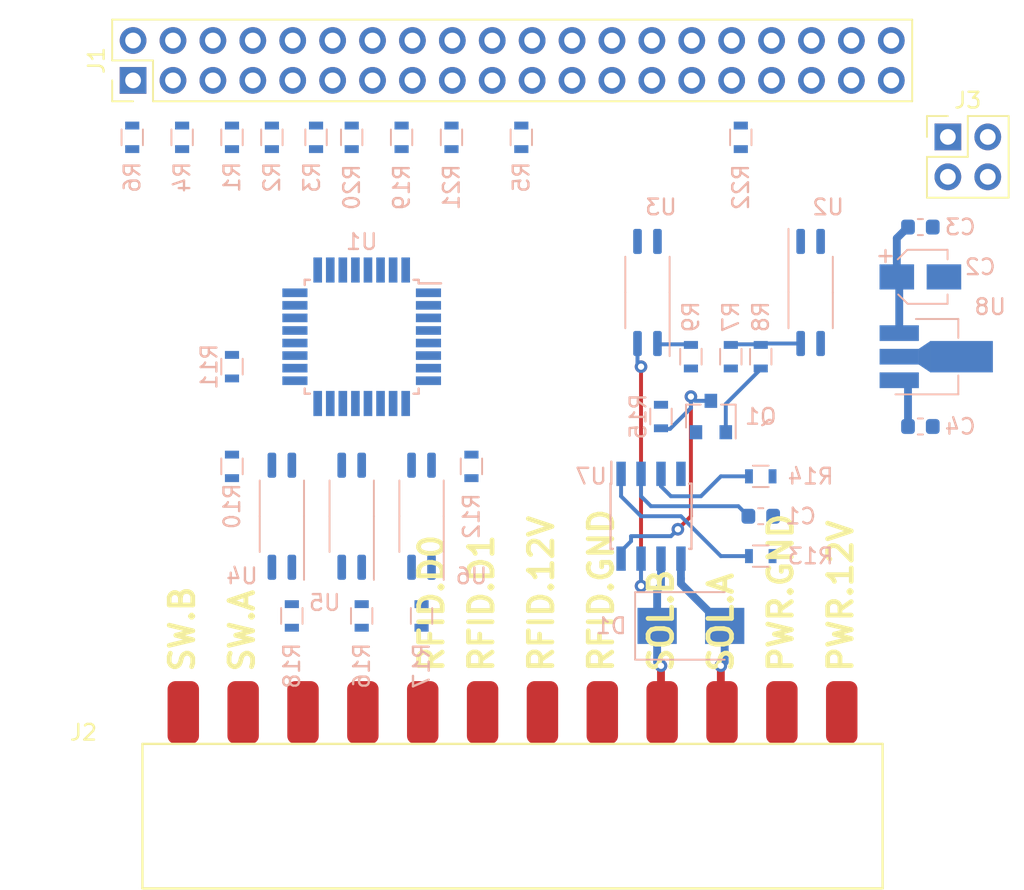
<source format=kicad_pcb>
(kicad_pcb (version 20171130) (host pcbnew "(5.1.0)-1")

  (general
    (thickness 1.6)
    (drawings 72)
    (tracks 67)
    (zones 0)
    (modules 39)
    (nets 86)
  )

  (page A4)
  (layers
    (0 F.Cu signal)
    (31 B.Cu signal)
    (32 B.Adhes user)
    (33 F.Adhes user)
    (34 B.Paste user)
    (35 F.Paste user)
    (36 B.SilkS user)
    (37 F.SilkS user hide)
    (38 B.Mask user)
    (39 F.Mask user)
    (40 Dwgs.User user)
    (41 Cmts.User user)
    (42 Eco1.User user)
    (43 Eco2.User user)
    (44 Edge.Cuts user)
    (45 Margin user)
    (46 B.CrtYd user)
    (47 F.CrtYd user)
    (48 B.Fab user hide)
    (49 F.Fab user hide)
  )

  (setup
    (last_trace_width 0.25)
    (user_trace_width 0.5)
    (trace_clearance 0.2)
    (zone_clearance 0.508)
    (zone_45_only no)
    (trace_min 0.2)
    (via_size 0.8)
    (via_drill 0.4)
    (via_min_size 0.4)
    (via_min_drill 0.3)
    (uvia_size 0.3)
    (uvia_drill 0.1)
    (uvias_allowed no)
    (uvia_min_size 0.2)
    (uvia_min_drill 0.1)
    (edge_width 0.15)
    (segment_width 0.2)
    (pcb_text_width 0.3)
    (pcb_text_size 1.5 1.5)
    (mod_edge_width 0.15)
    (mod_text_size 1 1)
    (mod_text_width 0.15)
    (pad_size 1.7 1.7)
    (pad_drill 1)
    (pad_to_mask_clearance 0.051)
    (solder_mask_min_width 0.25)
    (aux_axis_origin 0 0)
    (visible_elements 7FFFFFFF)
    (pcbplotparams
      (layerselection 0x010fc_ffffffff)
      (usegerberextensions false)
      (usegerberattributes false)
      (usegerberadvancedattributes false)
      (creategerberjobfile false)
      (excludeedgelayer true)
      (linewidth 0.100000)
      (plotframeref false)
      (viasonmask false)
      (mode 1)
      (useauxorigin false)
      (hpglpennumber 1)
      (hpglpenspeed 20)
      (hpglpendiameter 15.000000)
      (psnegative false)
      (psa4output false)
      (plotreference true)
      (plotvalue true)
      (plotinvisibletext false)
      (padsonsilk false)
      (subtractmaskfromsilk false)
      (outputformat 1)
      (mirror false)
      (drillshape 1)
      (scaleselection 1)
      (outputdirectory ""))
  )

  (net 0 "")
  (net 1 "Net-(U1-Pad2)")
  (net 2 "Net-(U1-Pad7)")
  (net 3 "Net-(U1-Pad8)")
  (net 4 "Net-(U1-Pad9)")
  (net 5 "Net-(U1-Pad10)")
  (net 6 "Net-(U1-Pad11)")
  (net 7 "Net-(U1-Pad12)")
  (net 8 "Net-(U1-Pad13)")
  (net 9 "Net-(U1-Pad14)")
  (net 10 "Net-(U1-Pad19)")
  (net 11 "Net-(U1-Pad20)")
  (net 12 "Net-(U1-Pad22)")
  (net 13 "Net-(U1-Pad23)")
  (net 14 "Net-(U1-Pad24)")
  (net 15 "Net-(U1-Pad25)")
  (net 16 "Net-(U1-Pad26)")
  (net 17 "Net-(U1-Pad27)")
  (net 18 "Net-(U1-Pad28)")
  (net 19 "Net-(J1-Pad3)")
  (net 20 "Net-(J1-Pad5)")
  (net 21 "Net-(J1-Pad7)")
  (net 22 "Net-(J1-Pad11)")
  (net 23 "Net-(J1-Pad13)")
  (net 24 "Net-(J1-Pad15)")
  (net 25 "Net-(J1-Pad19)")
  (net 26 "Net-(J1-Pad21)")
  (net 27 "Net-(J1-Pad22)")
  (net 28 "Net-(J1-Pad23)")
  (net 29 "Net-(J1-Pad24)")
  (net 30 "Net-(J1-Pad26)")
  (net 31 "Net-(J1-Pad27)")
  (net 32 "Net-(J1-Pad28)")
  (net 33 "Net-(J1-Pad29)")
  (net 34 "Net-(J1-Pad31)")
  (net 35 "Net-(J1-Pad33)")
  (net 36 "Net-(J1-Pad35)")
  (net 37 "Net-(J1-Pad36)")
  (net 38 "Net-(J1-Pad37)")
  (net 39 "Net-(J1-Pad38)")
  (net 40 "Net-(J1-Pad40)")
  (net 41 /AT_RXD)
  (net 42 /AT_TXD)
  (net 43 /PI_TXD)
  (net 44 /PI_RXD)
  (net 45 GND)
  (net 46 +5V)
  (net 47 +3V3)
  (net 48 "Net-(U3-Pad2)")
  (net 49 Earth)
  (net 50 +12VA)
  (net 51 +5VA)
  (net 52 "Net-(Q1-Pad1)")
  (net 53 "Net-(Q1-Pad3)")
  (net 54 /SOLENOID_LOW)
  (net 55 "Net-(R14-Pad1)")
  (net 56 "Net-(C1-Pad1)")
  (net 57 "Net-(R13-Pad1)")
  (net 58 "Net-(R6-Pad1)")
  (net 59 "Net-(R7-Pad2)")
  (net 60 "Net-(R4-Pad1)")
  (net 61 "Net-(R9-Pad2)")
  (net 62 "Net-(R18-Pad1)")
  (net 63 /DOOR_SWITCH_IN)
  (net 64 "Net-(R10-Pad2)")
  (net 65 /WG_D0)
  (net 66 "Net-(R16-Pad2)")
  (net 67 "Net-(R17-Pad2)")
  (net 68 /WG_D1)
  (net 69 "Net-(J3-Pad1)")
  (net 70 "Net-(J3-Pad2)")
  (net 71 "Net-(J3-Pad3)")
  (net 72 "Net-(J3-Pad4)")
  (net 73 "Net-(J2-Pad3)")
  (net 74 "Net-(J2-Pad4)")
  (net 75 /+12V_IN)
  (net 76 /WG_D0_RAW)
  (net 77 /WG_D1_RAW)
  (net 78 /ICSP_MISO)
  (net 79 /ICSP_MOSI)
  (net 80 /ICSP_SCK)
  (net 81 /ICSP_RESET)
  (net 82 /AT_MOSI)
  (net 83 /AT_MISO)
  (net 84 /AT_SCK)
  (net 85 /AT_RST)

  (net_class Default "This is the default net class."
    (clearance 0.2)
    (trace_width 0.25)
    (via_dia 0.8)
    (via_drill 0.4)
    (uvia_dia 0.3)
    (uvia_drill 0.1)
    (add_net +12VA)
    (add_net +3V3)
    (add_net +5V)
    (add_net +5VA)
    (add_net /+12V_IN)
    (add_net /AT_MISO)
    (add_net /AT_MOSI)
    (add_net /AT_RST)
    (add_net /AT_RXD)
    (add_net /AT_SCK)
    (add_net /AT_TXD)
    (add_net /DOOR_SWITCH_IN)
    (add_net /ICSP_MISO)
    (add_net /ICSP_MOSI)
    (add_net /ICSP_RESET)
    (add_net /ICSP_SCK)
    (add_net /PI_RXD)
    (add_net /PI_TXD)
    (add_net /SOLENOID_LOW)
    (add_net /WG_D0)
    (add_net /WG_D0_RAW)
    (add_net /WG_D1)
    (add_net /WG_D1_RAW)
    (add_net Earth)
    (add_net GND)
    (add_net "Net-(C1-Pad1)")
    (add_net "Net-(J1-Pad11)")
    (add_net "Net-(J1-Pad13)")
    (add_net "Net-(J1-Pad15)")
    (add_net "Net-(J1-Pad19)")
    (add_net "Net-(J1-Pad21)")
    (add_net "Net-(J1-Pad22)")
    (add_net "Net-(J1-Pad23)")
    (add_net "Net-(J1-Pad24)")
    (add_net "Net-(J1-Pad26)")
    (add_net "Net-(J1-Pad27)")
    (add_net "Net-(J1-Pad28)")
    (add_net "Net-(J1-Pad29)")
    (add_net "Net-(J1-Pad3)")
    (add_net "Net-(J1-Pad31)")
    (add_net "Net-(J1-Pad33)")
    (add_net "Net-(J1-Pad35)")
    (add_net "Net-(J1-Pad36)")
    (add_net "Net-(J1-Pad37)")
    (add_net "Net-(J1-Pad38)")
    (add_net "Net-(J1-Pad40)")
    (add_net "Net-(J1-Pad5)")
    (add_net "Net-(J1-Pad7)")
    (add_net "Net-(J2-Pad3)")
    (add_net "Net-(J2-Pad4)")
    (add_net "Net-(J3-Pad1)")
    (add_net "Net-(J3-Pad2)")
    (add_net "Net-(J3-Pad3)")
    (add_net "Net-(J3-Pad4)")
    (add_net "Net-(Q1-Pad1)")
    (add_net "Net-(Q1-Pad3)")
    (add_net "Net-(R10-Pad2)")
    (add_net "Net-(R13-Pad1)")
    (add_net "Net-(R14-Pad1)")
    (add_net "Net-(R16-Pad2)")
    (add_net "Net-(R17-Pad2)")
    (add_net "Net-(R18-Pad1)")
    (add_net "Net-(R4-Pad1)")
    (add_net "Net-(R6-Pad1)")
    (add_net "Net-(R7-Pad2)")
    (add_net "Net-(R9-Pad2)")
    (add_net "Net-(U1-Pad10)")
    (add_net "Net-(U1-Pad11)")
    (add_net "Net-(U1-Pad12)")
    (add_net "Net-(U1-Pad13)")
    (add_net "Net-(U1-Pad14)")
    (add_net "Net-(U1-Pad19)")
    (add_net "Net-(U1-Pad2)")
    (add_net "Net-(U1-Pad20)")
    (add_net "Net-(U1-Pad22)")
    (add_net "Net-(U1-Pad23)")
    (add_net "Net-(U1-Pad24)")
    (add_net "Net-(U1-Pad25)")
    (add_net "Net-(U1-Pad26)")
    (add_net "Net-(U1-Pad27)")
    (add_net "Net-(U1-Pad28)")
    (add_net "Net-(U1-Pad7)")
    (add_net "Net-(U1-Pad8)")
    (add_net "Net-(U1-Pad9)")
    (add_net "Net-(U3-Pad2)")
  )

  (module Resistors_SMD:R_0603 (layer B.Cu) (tedit 58E0A804) (tstamp 5C9034C8)
    (at 153.035 71.12 270)
    (descr "Resistor SMD 0603, reflow soldering, Vishay (see dcrcw.pdf)")
    (tags "resistor 0603")
    (path /5CA55E32)
    (attr smd)
    (fp_text reference R22 (at 3.175 0 270) (layer B.SilkS)
      (effects (font (size 1 1) (thickness 0.15)) (justify mirror))
    )
    (fp_text value 47 (at 0 -1.5 270) (layer B.Fab)
      (effects (font (size 1 1) (thickness 0.15)) (justify mirror))
    )
    (fp_text user %R (at 0 0 270) (layer B.Fab)
      (effects (font (size 0.4 0.4) (thickness 0.075)) (justify mirror))
    )
    (fp_line (start -0.8 -0.4) (end -0.8 0.4) (layer B.Fab) (width 0.1))
    (fp_line (start 0.8 -0.4) (end -0.8 -0.4) (layer B.Fab) (width 0.1))
    (fp_line (start 0.8 0.4) (end 0.8 -0.4) (layer B.Fab) (width 0.1))
    (fp_line (start -0.8 0.4) (end 0.8 0.4) (layer B.Fab) (width 0.1))
    (fp_line (start 0.5 -0.68) (end -0.5 -0.68) (layer B.SilkS) (width 0.12))
    (fp_line (start -0.5 0.68) (end 0.5 0.68) (layer B.SilkS) (width 0.12))
    (fp_line (start -1.25 0.7) (end 1.25 0.7) (layer B.CrtYd) (width 0.05))
    (fp_line (start -1.25 0.7) (end -1.25 -0.7) (layer B.CrtYd) (width 0.05))
    (fp_line (start 1.25 -0.7) (end 1.25 0.7) (layer B.CrtYd) (width 0.05))
    (fp_line (start 1.25 -0.7) (end -1.25 -0.7) (layer B.CrtYd) (width 0.05))
    (pad 1 smd rect (at -0.75 0 270) (size 0.5 0.9) (layers B.Cu B.Paste B.Mask)
      (net 81 /ICSP_RESET))
    (pad 2 smd rect (at 0.75 0 270) (size 0.5 0.9) (layers B.Cu B.Paste B.Mask)
      (net 85 /AT_RST))
    (model ${KISYS3DMOD}/Resistors_SMD.3dshapes/R_0603.wrl
      (at (xyz 0 0 0))
      (scale (xyz 1 1 1))
      (rotate (xyz 0 0 0))
    )
  )

  (module Resistors_SMD:R_0603 (layer B.Cu) (tedit 58E0A804) (tstamp 5C9034C5)
    (at 134.62 71.12 90)
    (descr "Resistor SMD 0603, reflow soldering, Vishay (see dcrcw.pdf)")
    (tags "resistor 0603")
    (path /5CA22D34)
    (attr smd)
    (fp_text reference R21 (at -3.175 0 90) (layer B.SilkS)
      (effects (font (size 1 1) (thickness 0.15)) (justify mirror))
    )
    (fp_text value 47 (at 0 -1.5 90) (layer B.Fab)
      (effects (font (size 1 1) (thickness 0.15)) (justify mirror))
    )
    (fp_text user %R (at 0 0 90) (layer B.Fab)
      (effects (font (size 0.4 0.4) (thickness 0.075)) (justify mirror))
    )
    (fp_line (start -0.8 -0.4) (end -0.8 0.4) (layer B.Fab) (width 0.1))
    (fp_line (start 0.8 -0.4) (end -0.8 -0.4) (layer B.Fab) (width 0.1))
    (fp_line (start 0.8 0.4) (end 0.8 -0.4) (layer B.Fab) (width 0.1))
    (fp_line (start -0.8 0.4) (end 0.8 0.4) (layer B.Fab) (width 0.1))
    (fp_line (start 0.5 -0.68) (end -0.5 -0.68) (layer B.SilkS) (width 0.12))
    (fp_line (start -0.5 0.68) (end 0.5 0.68) (layer B.SilkS) (width 0.12))
    (fp_line (start -1.25 0.7) (end 1.25 0.7) (layer B.CrtYd) (width 0.05))
    (fp_line (start -1.25 0.7) (end -1.25 -0.7) (layer B.CrtYd) (width 0.05))
    (fp_line (start 1.25 -0.7) (end 1.25 0.7) (layer B.CrtYd) (width 0.05))
    (fp_line (start 1.25 -0.7) (end -1.25 -0.7) (layer B.CrtYd) (width 0.05))
    (pad 1 smd rect (at -0.75 0 90) (size 0.5 0.9) (layers B.Cu B.Paste B.Mask)
      (net 80 /ICSP_SCK))
    (pad 2 smd rect (at 0.75 0 90) (size 0.5 0.9) (layers B.Cu B.Paste B.Mask)
      (net 84 /AT_SCK))
    (model ${KISYS3DMOD}/Resistors_SMD.3dshapes/R_0603.wrl
      (at (xyz 0 0 0))
      (scale (xyz 1 1 1))
      (rotate (xyz 0 0 0))
    )
  )

  (module Resistors_SMD:R_0603 (layer B.Cu) (tedit 58E0A804) (tstamp 5C9034C2)
    (at 128.27 71.12 90)
    (descr "Resistor SMD 0603, reflow soldering, Vishay (see dcrcw.pdf)")
    (tags "resistor 0603")
    (path /5CA224AA)
    (attr smd)
    (fp_text reference R20 (at -3.175 0 90) (layer B.SilkS)
      (effects (font (size 1 1) (thickness 0.15)) (justify mirror))
    )
    (fp_text value 47 (at 0 -1.5 90) (layer B.Fab)
      (effects (font (size 1 1) (thickness 0.15)) (justify mirror))
    )
    (fp_text user %R (at 0 0 90) (layer B.Fab)
      (effects (font (size 0.4 0.4) (thickness 0.075)) (justify mirror))
    )
    (fp_line (start -0.8 -0.4) (end -0.8 0.4) (layer B.Fab) (width 0.1))
    (fp_line (start 0.8 -0.4) (end -0.8 -0.4) (layer B.Fab) (width 0.1))
    (fp_line (start 0.8 0.4) (end 0.8 -0.4) (layer B.Fab) (width 0.1))
    (fp_line (start -0.8 0.4) (end 0.8 0.4) (layer B.Fab) (width 0.1))
    (fp_line (start 0.5 -0.68) (end -0.5 -0.68) (layer B.SilkS) (width 0.12))
    (fp_line (start -0.5 0.68) (end 0.5 0.68) (layer B.SilkS) (width 0.12))
    (fp_line (start -1.25 0.7) (end 1.25 0.7) (layer B.CrtYd) (width 0.05))
    (fp_line (start -1.25 0.7) (end -1.25 -0.7) (layer B.CrtYd) (width 0.05))
    (fp_line (start 1.25 -0.7) (end 1.25 0.7) (layer B.CrtYd) (width 0.05))
    (fp_line (start 1.25 -0.7) (end -1.25 -0.7) (layer B.CrtYd) (width 0.05))
    (pad 1 smd rect (at -0.75 0 90) (size 0.5 0.9) (layers B.Cu B.Paste B.Mask)
      (net 78 /ICSP_MISO))
    (pad 2 smd rect (at 0.75 0 90) (size 0.5 0.9) (layers B.Cu B.Paste B.Mask)
      (net 83 /AT_MISO))
    (model ${KISYS3DMOD}/Resistors_SMD.3dshapes/R_0603.wrl
      (at (xyz 0 0 0))
      (scale (xyz 1 1 1))
      (rotate (xyz 0 0 0))
    )
  )

  (module Resistors_SMD:R_0603 (layer B.Cu) (tedit 58E0A804) (tstamp 5C903831)
    (at 131.445 71.12 90)
    (descr "Resistor SMD 0603, reflow soldering, Vishay (see dcrcw.pdf)")
    (tags "resistor 0603")
    (path /5CA21261)
    (attr smd)
    (fp_text reference R19 (at -3.175 0 90) (layer B.SilkS)
      (effects (font (size 1 1) (thickness 0.15)) (justify mirror))
    )
    (fp_text value 47 (at 0 -1.5 90) (layer B.Fab)
      (effects (font (size 1 1) (thickness 0.15)) (justify mirror))
    )
    (fp_text user %R (at 0 0 90) (layer B.Fab)
      (effects (font (size 0.4 0.4) (thickness 0.075)) (justify mirror))
    )
    (fp_line (start -0.8 -0.4) (end -0.8 0.4) (layer B.Fab) (width 0.1))
    (fp_line (start 0.8 -0.4) (end -0.8 -0.4) (layer B.Fab) (width 0.1))
    (fp_line (start 0.8 0.4) (end 0.8 -0.4) (layer B.Fab) (width 0.1))
    (fp_line (start -0.8 0.4) (end 0.8 0.4) (layer B.Fab) (width 0.1))
    (fp_line (start 0.5 -0.68) (end -0.5 -0.68) (layer B.SilkS) (width 0.12))
    (fp_line (start -0.5 0.68) (end 0.5 0.68) (layer B.SilkS) (width 0.12))
    (fp_line (start -1.25 0.7) (end 1.25 0.7) (layer B.CrtYd) (width 0.05))
    (fp_line (start -1.25 0.7) (end -1.25 -0.7) (layer B.CrtYd) (width 0.05))
    (fp_line (start 1.25 -0.7) (end 1.25 0.7) (layer B.CrtYd) (width 0.05))
    (fp_line (start 1.25 -0.7) (end -1.25 -0.7) (layer B.CrtYd) (width 0.05))
    (pad 1 smd rect (at -0.75 0 90) (size 0.5 0.9) (layers B.Cu B.Paste B.Mask)
      (net 79 /ICSP_MOSI))
    (pad 2 smd rect (at 0.75 0 90) (size 0.5 0.9) (layers B.Cu B.Paste B.Mask)
      (net 82 /AT_MOSI))
    (model ${KISYS3DMOD}/Resistors_SMD.3dshapes/R_0603.wrl
      (at (xyz 0 0 0))
      (scale (xyz 1 1 1))
      (rotate (xyz 0 0 0))
    )
  )

  (module Resistors_SMD:R_0603 (layer B.Cu) (tedit 58E0A804) (tstamp 5C8FDA50)
    (at 124.46 101.6 270)
    (descr "Resistor SMD 0603, reflow soldering, Vishay (see dcrcw.pdf)")
    (tags "resistor 0603")
    (path /5C930453)
    (attr smd)
    (fp_text reference R18 (at 3.175 0 270) (layer B.SilkS)
      (effects (font (size 1 1) (thickness 0.15)) (justify mirror))
    )
    (fp_text value 470 (at 0 -1.5 270) (layer B.Fab)
      (effects (font (size 1 1) (thickness 0.15)) (justify mirror))
    )
    (fp_text user %R (at 0 0 270) (layer B.Fab)
      (effects (font (size 0.4 0.4) (thickness 0.075)) (justify mirror))
    )
    (fp_line (start -0.8 -0.4) (end -0.8 0.4) (layer B.Fab) (width 0.1))
    (fp_line (start 0.8 -0.4) (end -0.8 -0.4) (layer B.Fab) (width 0.1))
    (fp_line (start 0.8 0.4) (end 0.8 -0.4) (layer B.Fab) (width 0.1))
    (fp_line (start -0.8 0.4) (end 0.8 0.4) (layer B.Fab) (width 0.1))
    (fp_line (start 0.5 -0.68) (end -0.5 -0.68) (layer B.SilkS) (width 0.12))
    (fp_line (start -0.5 0.68) (end 0.5 0.68) (layer B.SilkS) (width 0.12))
    (fp_line (start -1.25 0.7) (end 1.25 0.7) (layer B.CrtYd) (width 0.05))
    (fp_line (start -1.25 0.7) (end -1.25 -0.7) (layer B.CrtYd) (width 0.05))
    (fp_line (start 1.25 -0.7) (end 1.25 0.7) (layer B.CrtYd) (width 0.05))
    (fp_line (start 1.25 -0.7) (end -1.25 -0.7) (layer B.CrtYd) (width 0.05))
    (pad 1 smd rect (at -0.75 0 270) (size 0.5 0.9) (layers B.Cu B.Paste B.Mask)
      (net 62 "Net-(R18-Pad1)"))
    (pad 2 smd rect (at 0.75 0 270) (size 0.5 0.9) (layers B.Cu B.Paste B.Mask)
      (net 51 +5VA))
    (model ${KISYS3DMOD}/Resistors_SMD.3dshapes/R_0603.wrl
      (at (xyz 0 0 0))
      (scale (xyz 1 1 1))
      (rotate (xyz 0 0 0))
    )
  )

  (module Resistors_SMD:R_0603 (layer B.Cu) (tedit 58E0A804) (tstamp 5C8FDA20)
    (at 132.715 101.6 90)
    (descr "Resistor SMD 0603, reflow soldering, Vishay (see dcrcw.pdf)")
    (tags "resistor 0603")
    (path /5C90511D)
    (attr smd)
    (fp_text reference R17 (at -3.175 0 90) (layer B.SilkS)
      (effects (font (size 1 1) (thickness 0.15)) (justify mirror))
    )
    (fp_text value 100 (at 0 -1.5 90) (layer B.Fab)
      (effects (font (size 1 1) (thickness 0.15)) (justify mirror))
    )
    (fp_text user %R (at 0 0 90) (layer B.Fab)
      (effects (font (size 0.4 0.4) (thickness 0.075)) (justify mirror))
    )
    (fp_line (start -0.8 -0.4) (end -0.8 0.4) (layer B.Fab) (width 0.1))
    (fp_line (start 0.8 -0.4) (end -0.8 -0.4) (layer B.Fab) (width 0.1))
    (fp_line (start 0.8 0.4) (end 0.8 -0.4) (layer B.Fab) (width 0.1))
    (fp_line (start -0.8 0.4) (end 0.8 0.4) (layer B.Fab) (width 0.1))
    (fp_line (start 0.5 -0.68) (end -0.5 -0.68) (layer B.SilkS) (width 0.12))
    (fp_line (start -0.5 0.68) (end 0.5 0.68) (layer B.SilkS) (width 0.12))
    (fp_line (start -1.25 0.7) (end 1.25 0.7) (layer B.CrtYd) (width 0.05))
    (fp_line (start -1.25 0.7) (end -1.25 -0.7) (layer B.CrtYd) (width 0.05))
    (fp_line (start 1.25 -0.7) (end 1.25 0.7) (layer B.CrtYd) (width 0.05))
    (fp_line (start 1.25 -0.7) (end -1.25 -0.7) (layer B.CrtYd) (width 0.05))
    (pad 1 smd rect (at -0.75 0 90) (size 0.5 0.9) (layers B.Cu B.Paste B.Mask)
      (net 77 /WG_D1_RAW))
    (pad 2 smd rect (at 0.75 0 90) (size 0.5 0.9) (layers B.Cu B.Paste B.Mask)
      (net 67 "Net-(R17-Pad2)"))
    (model ${KISYS3DMOD}/Resistors_SMD.3dshapes/R_0603.wrl
      (at (xyz 0 0 0))
      (scale (xyz 1 1 1))
      (rotate (xyz 0 0 0))
    )
  )

  (module Resistors_SMD:R_0603 (layer B.Cu) (tedit 58E0A804) (tstamp 5C8FD9F0)
    (at 128.905 101.6 90)
    (descr "Resistor SMD 0603, reflow soldering, Vishay (see dcrcw.pdf)")
    (tags "resistor 0603")
    (path /5C904FFD)
    (attr smd)
    (fp_text reference R16 (at -3.175 0 90) (layer B.SilkS)
      (effects (font (size 1 1) (thickness 0.15)) (justify mirror))
    )
    (fp_text value 100 (at 0 -1.5 90) (layer B.Fab)
      (effects (font (size 1 1) (thickness 0.15)) (justify mirror))
    )
    (fp_text user %R (at 0 0 90) (layer B.Fab)
      (effects (font (size 0.4 0.4) (thickness 0.075)) (justify mirror))
    )
    (fp_line (start -0.8 -0.4) (end -0.8 0.4) (layer B.Fab) (width 0.1))
    (fp_line (start 0.8 -0.4) (end -0.8 -0.4) (layer B.Fab) (width 0.1))
    (fp_line (start 0.8 0.4) (end 0.8 -0.4) (layer B.Fab) (width 0.1))
    (fp_line (start -0.8 0.4) (end 0.8 0.4) (layer B.Fab) (width 0.1))
    (fp_line (start 0.5 -0.68) (end -0.5 -0.68) (layer B.SilkS) (width 0.12))
    (fp_line (start -0.5 0.68) (end 0.5 0.68) (layer B.SilkS) (width 0.12))
    (fp_line (start -1.25 0.7) (end 1.25 0.7) (layer B.CrtYd) (width 0.05))
    (fp_line (start -1.25 0.7) (end -1.25 -0.7) (layer B.CrtYd) (width 0.05))
    (fp_line (start 1.25 -0.7) (end 1.25 0.7) (layer B.CrtYd) (width 0.05))
    (fp_line (start 1.25 -0.7) (end -1.25 -0.7) (layer B.CrtYd) (width 0.05))
    (pad 1 smd rect (at -0.75 0 90) (size 0.5 0.9) (layers B.Cu B.Paste B.Mask)
      (net 76 /WG_D0_RAW))
    (pad 2 smd rect (at 0.75 0 90) (size 0.5 0.9) (layers B.Cu B.Paste B.Mask)
      (net 66 "Net-(R16-Pad2)"))
    (model ${KISYS3DMOD}/Resistors_SMD.3dshapes/R_0603.wrl
      (at (xyz 0 0 0))
      (scale (xyz 1 1 1))
      (rotate (xyz 0 0 0))
    )
  )

  (module Resistors_SMD:R_0603 (layer B.Cu) (tedit 58E0A804) (tstamp 5C8FE1C9)
    (at 147.955 88.9 270)
    (descr "Resistor SMD 0603, reflow soldering, Vishay (see dcrcw.pdf)")
    (tags "resistor 0603")
    (path /5C9048D6)
    (attr smd)
    (fp_text reference R15 (at 0 1.45 270) (layer B.SilkS)
      (effects (font (size 1 1) (thickness 0.15)) (justify mirror))
    )
    (fp_text value 4.7K (at 0 -1.5 270) (layer B.Fab)
      (effects (font (size 1 1) (thickness 0.15)) (justify mirror))
    )
    (fp_text user %R (at 0 0 270) (layer B.Fab)
      (effects (font (size 0.4 0.4) (thickness 0.075)) (justify mirror))
    )
    (fp_line (start -0.8 -0.4) (end -0.8 0.4) (layer B.Fab) (width 0.1))
    (fp_line (start 0.8 -0.4) (end -0.8 -0.4) (layer B.Fab) (width 0.1))
    (fp_line (start 0.8 0.4) (end 0.8 -0.4) (layer B.Fab) (width 0.1))
    (fp_line (start -0.8 0.4) (end 0.8 0.4) (layer B.Fab) (width 0.1))
    (fp_line (start 0.5 -0.68) (end -0.5 -0.68) (layer B.SilkS) (width 0.12))
    (fp_line (start -0.5 0.68) (end 0.5 0.68) (layer B.SilkS) (width 0.12))
    (fp_line (start -1.25 0.7) (end 1.25 0.7) (layer B.CrtYd) (width 0.05))
    (fp_line (start -1.25 0.7) (end -1.25 -0.7) (layer B.CrtYd) (width 0.05))
    (fp_line (start 1.25 -0.7) (end 1.25 0.7) (layer B.CrtYd) (width 0.05))
    (fp_line (start 1.25 -0.7) (end -1.25 -0.7) (layer B.CrtYd) (width 0.05))
    (pad 1 smd rect (at -0.75 0 270) (size 0.5 0.9) (layers B.Cu B.Paste B.Mask)
      (net 51 +5VA))
    (pad 2 smd rect (at 0.75 0 270) (size 0.5 0.9) (layers B.Cu B.Paste B.Mask)
      (net 53 "Net-(Q1-Pad3)"))
    (model ${KISYS3DMOD}/Resistors_SMD.3dshapes/R_0603.wrl
      (at (xyz 0 0 0))
      (scale (xyz 1 1 1))
      (rotate (xyz 0 0 0))
    )
  )

  (module Resistors_SMD:R_0603 (layer B.Cu) (tedit 58E0A804) (tstamp 5CC10057)
    (at 154.305 92.71)
    (descr "Resistor SMD 0603, reflow soldering, Vishay (see dcrcw.pdf)")
    (tags "resistor 0603")
    (path /5C90B6E0)
    (attr smd)
    (fp_text reference R14 (at 3.175 0) (layer B.SilkS)
      (effects (font (size 1 1) (thickness 0.15)) (justify mirror))
    )
    (fp_text value R_FREQ (at 0 -1.5) (layer B.Fab)
      (effects (font (size 1 1) (thickness 0.15)) (justify mirror))
    )
    (fp_text user %R (at 0 0) (layer B.Fab)
      (effects (font (size 0.4 0.4) (thickness 0.075)) (justify mirror))
    )
    (fp_line (start -0.8 -0.4) (end -0.8 0.4) (layer B.Fab) (width 0.1))
    (fp_line (start 0.8 -0.4) (end -0.8 -0.4) (layer B.Fab) (width 0.1))
    (fp_line (start 0.8 0.4) (end 0.8 -0.4) (layer B.Fab) (width 0.1))
    (fp_line (start -0.8 0.4) (end 0.8 0.4) (layer B.Fab) (width 0.1))
    (fp_line (start 0.5 -0.68) (end -0.5 -0.68) (layer B.SilkS) (width 0.12))
    (fp_line (start -0.5 0.68) (end 0.5 0.68) (layer B.SilkS) (width 0.12))
    (fp_line (start -1.25 0.7) (end 1.25 0.7) (layer B.CrtYd) (width 0.05))
    (fp_line (start -1.25 0.7) (end -1.25 -0.7) (layer B.CrtYd) (width 0.05))
    (fp_line (start 1.25 -0.7) (end 1.25 0.7) (layer B.CrtYd) (width 0.05))
    (fp_line (start 1.25 -0.7) (end -1.25 -0.7) (layer B.CrtYd) (width 0.05))
    (pad 1 smd rect (at -0.75 0) (size 0.5 0.9) (layers B.Cu B.Paste B.Mask)
      (net 55 "Net-(R14-Pad1)"))
    (pad 2 smd rect (at 0.75 0) (size 0.5 0.9) (layers B.Cu B.Paste B.Mask)
      (net 49 Earth))
    (model ${KISYS3DMOD}/Resistors_SMD.3dshapes/R_0603.wrl
      (at (xyz 0 0 0))
      (scale (xyz 1 1 1))
      (rotate (xyz 0 0 0))
    )
  )

  (module Resistors_SMD:R_0603 (layer B.Cu) (tedit 58E0A804) (tstamp 5CC10047)
    (at 154.305 97.79)
    (descr "Resistor SMD 0603, reflow soldering, Vishay (see dcrcw.pdf)")
    (tags "resistor 0603")
    (path /5C90B605)
    (attr smd)
    (fp_text reference R13 (at 3.175 0) (layer B.SilkS)
      (effects (font (size 1 1) (thickness 0.15)) (justify mirror))
    )
    (fp_text value R_PWM (at 0 -1.5) (layer B.Fab)
      (effects (font (size 1 1) (thickness 0.15)) (justify mirror))
    )
    (fp_text user %R (at 0 0) (layer B.Fab)
      (effects (font (size 0.4 0.4) (thickness 0.075)) (justify mirror))
    )
    (fp_line (start -0.8 -0.4) (end -0.8 0.4) (layer B.Fab) (width 0.1))
    (fp_line (start 0.8 -0.4) (end -0.8 -0.4) (layer B.Fab) (width 0.1))
    (fp_line (start 0.8 0.4) (end 0.8 -0.4) (layer B.Fab) (width 0.1))
    (fp_line (start -0.8 0.4) (end 0.8 0.4) (layer B.Fab) (width 0.1))
    (fp_line (start 0.5 -0.68) (end -0.5 -0.68) (layer B.SilkS) (width 0.12))
    (fp_line (start -0.5 0.68) (end 0.5 0.68) (layer B.SilkS) (width 0.12))
    (fp_line (start -1.25 0.7) (end 1.25 0.7) (layer B.CrtYd) (width 0.05))
    (fp_line (start -1.25 0.7) (end -1.25 -0.7) (layer B.CrtYd) (width 0.05))
    (fp_line (start 1.25 -0.7) (end 1.25 0.7) (layer B.CrtYd) (width 0.05))
    (fp_line (start 1.25 -0.7) (end -1.25 -0.7) (layer B.CrtYd) (width 0.05))
    (pad 1 smd rect (at -0.75 0) (size 0.5 0.9) (layers B.Cu B.Paste B.Mask)
      (net 57 "Net-(R13-Pad1)"))
    (pad 2 smd rect (at 0.75 0) (size 0.5 0.9) (layers B.Cu B.Paste B.Mask)
      (net 49 Earth))
    (model ${KISYS3DMOD}/Resistors_SMD.3dshapes/R_0603.wrl
      (at (xyz 0 0 0))
      (scale (xyz 1 1 1))
      (rotate (xyz 0 0 0))
    )
  )

  (module Resistors_SMD:R_0603 (layer B.Cu) (tedit 58E0A804) (tstamp 5CC0FFB7)
    (at 135.89 92.075 270)
    (descr "Resistor SMD 0603, reflow soldering, Vishay (see dcrcw.pdf)")
    (tags "resistor 0603")
    (path /5C8EA4A4)
    (attr smd)
    (fp_text reference R12 (at 3.175 0 270) (layer B.SilkS)
      (effects (font (size 1 1) (thickness 0.15)) (justify mirror))
    )
    (fp_text value 4.7K (at 0 -1.5 270) (layer B.Fab)
      (effects (font (size 1 1) (thickness 0.15)) (justify mirror))
    )
    (fp_text user %R (at 0 0 270) (layer B.Fab)
      (effects (font (size 0.4 0.4) (thickness 0.075)) (justify mirror))
    )
    (fp_line (start -0.8 -0.4) (end -0.8 0.4) (layer B.Fab) (width 0.1))
    (fp_line (start 0.8 -0.4) (end -0.8 -0.4) (layer B.Fab) (width 0.1))
    (fp_line (start 0.8 0.4) (end 0.8 -0.4) (layer B.Fab) (width 0.1))
    (fp_line (start -0.8 0.4) (end 0.8 0.4) (layer B.Fab) (width 0.1))
    (fp_line (start 0.5 -0.68) (end -0.5 -0.68) (layer B.SilkS) (width 0.12))
    (fp_line (start -0.5 0.68) (end 0.5 0.68) (layer B.SilkS) (width 0.12))
    (fp_line (start -1.25 0.7) (end 1.25 0.7) (layer B.CrtYd) (width 0.05))
    (fp_line (start -1.25 0.7) (end -1.25 -0.7) (layer B.CrtYd) (width 0.05))
    (fp_line (start 1.25 -0.7) (end 1.25 0.7) (layer B.CrtYd) (width 0.05))
    (fp_line (start 1.25 -0.7) (end -1.25 -0.7) (layer B.CrtYd) (width 0.05))
    (pad 1 smd rect (at -0.75 0 270) (size 0.5 0.9) (layers B.Cu B.Paste B.Mask)
      (net 46 +5V))
    (pad 2 smd rect (at 0.75 0 270) (size 0.5 0.9) (layers B.Cu B.Paste B.Mask)
      (net 68 /WG_D1))
    (model ${KISYS3DMOD}/Resistors_SMD.3dshapes/R_0603.wrl
      (at (xyz 0 0 0))
      (scale (xyz 1 1 1))
      (rotate (xyz 0 0 0))
    )
  )

  (module Resistors_SMD:R_0603 (layer B.Cu) (tedit 58E0A804) (tstamp 5CC0FFC7)
    (at 120.65 85.725 270)
    (descr "Resistor SMD 0603, reflow soldering, Vishay (see dcrcw.pdf)")
    (tags "resistor 0603")
    (path /5C8EA3FB)
    (attr smd)
    (fp_text reference R11 (at 0 1.45 270) (layer B.SilkS)
      (effects (font (size 1 1) (thickness 0.15)) (justify mirror))
    )
    (fp_text value 4.7K (at 0 -1.5 270) (layer B.Fab)
      (effects (font (size 1 1) (thickness 0.15)) (justify mirror))
    )
    (fp_text user %R (at 0 0 270) (layer B.Fab)
      (effects (font (size 0.4 0.4) (thickness 0.075)) (justify mirror))
    )
    (fp_line (start -0.8 -0.4) (end -0.8 0.4) (layer B.Fab) (width 0.1))
    (fp_line (start 0.8 -0.4) (end -0.8 -0.4) (layer B.Fab) (width 0.1))
    (fp_line (start 0.8 0.4) (end 0.8 -0.4) (layer B.Fab) (width 0.1))
    (fp_line (start -0.8 0.4) (end 0.8 0.4) (layer B.Fab) (width 0.1))
    (fp_line (start 0.5 -0.68) (end -0.5 -0.68) (layer B.SilkS) (width 0.12))
    (fp_line (start -0.5 0.68) (end 0.5 0.68) (layer B.SilkS) (width 0.12))
    (fp_line (start -1.25 0.7) (end 1.25 0.7) (layer B.CrtYd) (width 0.05))
    (fp_line (start -1.25 0.7) (end -1.25 -0.7) (layer B.CrtYd) (width 0.05))
    (fp_line (start 1.25 -0.7) (end 1.25 0.7) (layer B.CrtYd) (width 0.05))
    (fp_line (start 1.25 -0.7) (end -1.25 -0.7) (layer B.CrtYd) (width 0.05))
    (pad 1 smd rect (at -0.75 0 270) (size 0.5 0.9) (layers B.Cu B.Paste B.Mask)
      (net 46 +5V))
    (pad 2 smd rect (at 0.75 0 270) (size 0.5 0.9) (layers B.Cu B.Paste B.Mask)
      (net 65 /WG_D0))
    (model ${KISYS3DMOD}/Resistors_SMD.3dshapes/R_0603.wrl
      (at (xyz 0 0 0))
      (scale (xyz 1 1 1))
      (rotate (xyz 0 0 0))
    )
  )

  (module Resistors_SMD:R_0603 (layer B.Cu) (tedit 58E0A804) (tstamp 5CC0FFD7)
    (at 120.65 92.075 270)
    (descr "Resistor SMD 0603, reflow soldering, Vishay (see dcrcw.pdf)")
    (tags "resistor 0603")
    (path /5C96B587)
    (attr smd)
    (fp_text reference R10 (at 2.54 0 270) (layer B.SilkS)
      (effects (font (size 1 1) (thickness 0.15)) (justify mirror))
    )
    (fp_text value 4.7K (at 0 -1.5 270) (layer B.Fab)
      (effects (font (size 1 1) (thickness 0.15)) (justify mirror))
    )
    (fp_text user %R (at 0 0 270) (layer B.Fab)
      (effects (font (size 0.4 0.4) (thickness 0.075)) (justify mirror))
    )
    (fp_line (start -0.8 -0.4) (end -0.8 0.4) (layer B.Fab) (width 0.1))
    (fp_line (start 0.8 -0.4) (end -0.8 -0.4) (layer B.Fab) (width 0.1))
    (fp_line (start 0.8 0.4) (end 0.8 -0.4) (layer B.Fab) (width 0.1))
    (fp_line (start -0.8 0.4) (end 0.8 0.4) (layer B.Fab) (width 0.1))
    (fp_line (start 0.5 -0.68) (end -0.5 -0.68) (layer B.SilkS) (width 0.12))
    (fp_line (start -0.5 0.68) (end 0.5 0.68) (layer B.SilkS) (width 0.12))
    (fp_line (start -1.25 0.7) (end 1.25 0.7) (layer B.CrtYd) (width 0.05))
    (fp_line (start -1.25 0.7) (end -1.25 -0.7) (layer B.CrtYd) (width 0.05))
    (fp_line (start 1.25 -0.7) (end 1.25 0.7) (layer B.CrtYd) (width 0.05))
    (fp_line (start 1.25 -0.7) (end -1.25 -0.7) (layer B.CrtYd) (width 0.05))
    (pad 1 smd rect (at -0.75 0 270) (size 0.5 0.9) (layers B.Cu B.Paste B.Mask)
      (net 47 +3V3))
    (pad 2 smd rect (at 0.75 0 270) (size 0.5 0.9) (layers B.Cu B.Paste B.Mask)
      (net 64 "Net-(R10-Pad2)"))
    (model ${KISYS3DMOD}/Resistors_SMD.3dshapes/R_0603.wrl
      (at (xyz 0 0 0))
      (scale (xyz 1 1 1))
      (rotate (xyz 0 0 0))
    )
  )

  (module Resistors_SMD:R_0603 (layer B.Cu) (tedit 58E0A804) (tstamp 5CC0FFE7)
    (at 149.86 85.09 90)
    (descr "Resistor SMD 0603, reflow soldering, Vishay (see dcrcw.pdf)")
    (tags "resistor 0603")
    (path /5C91CADA)
    (attr smd)
    (fp_text reference R9 (at 2.54 0 90) (layer B.SilkS)
      (effects (font (size 1 1) (thickness 0.15)) (justify mirror))
    )
    (fp_text value R_LED (at 0 -1.5 90) (layer B.Fab)
      (effects (font (size 1 1) (thickness 0.15)) (justify mirror))
    )
    (fp_text user %R (at 0 0 90) (layer B.Fab)
      (effects (font (size 0.4 0.4) (thickness 0.075)) (justify mirror))
    )
    (fp_line (start -0.8 -0.4) (end -0.8 0.4) (layer B.Fab) (width 0.1))
    (fp_line (start 0.8 -0.4) (end -0.8 -0.4) (layer B.Fab) (width 0.1))
    (fp_line (start 0.8 0.4) (end 0.8 -0.4) (layer B.Fab) (width 0.1))
    (fp_line (start -0.8 0.4) (end 0.8 0.4) (layer B.Fab) (width 0.1))
    (fp_line (start 0.5 -0.68) (end -0.5 -0.68) (layer B.SilkS) (width 0.12))
    (fp_line (start -0.5 0.68) (end 0.5 0.68) (layer B.SilkS) (width 0.12))
    (fp_line (start -1.25 0.7) (end 1.25 0.7) (layer B.CrtYd) (width 0.05))
    (fp_line (start -1.25 0.7) (end -1.25 -0.7) (layer B.CrtYd) (width 0.05))
    (fp_line (start 1.25 -0.7) (end 1.25 0.7) (layer B.CrtYd) (width 0.05))
    (fp_line (start 1.25 -0.7) (end -1.25 -0.7) (layer B.CrtYd) (width 0.05))
    (pad 1 smd rect (at -0.75 0 90) (size 0.5 0.9) (layers B.Cu B.Paste B.Mask)
      (net 51 +5VA))
    (pad 2 smd rect (at 0.75 0 90) (size 0.5 0.9) (layers B.Cu B.Paste B.Mask)
      (net 61 "Net-(R9-Pad2)"))
    (model ${KISYS3DMOD}/Resistors_SMD.3dshapes/R_0603.wrl
      (at (xyz 0 0 0))
      (scale (xyz 1 1 1))
      (rotate (xyz 0 0 0))
    )
  )

  (module Resistors_SMD:R_0603 (layer B.Cu) (tedit 58E0A804) (tstamp 5C8FE15D)
    (at 154.305 85.09 90)
    (descr "Resistor SMD 0603, reflow soldering, Vishay (see dcrcw.pdf)")
    (tags "resistor 0603")
    (path /5C901CB2)
    (attr smd)
    (fp_text reference R8 (at 2.54 0 90) (layer B.SilkS)
      (effects (font (size 1 1) (thickness 0.15)) (justify mirror))
    )
    (fp_text value 1K (at 0 -1.5 90) (layer B.Fab)
      (effects (font (size 1 1) (thickness 0.15)) (justify mirror))
    )
    (fp_text user %R (at 0 0 90) (layer B.Fab)
      (effects (font (size 0.4 0.4) (thickness 0.075)) (justify mirror))
    )
    (fp_line (start -0.8 -0.4) (end -0.8 0.4) (layer B.Fab) (width 0.1))
    (fp_line (start 0.8 -0.4) (end -0.8 -0.4) (layer B.Fab) (width 0.1))
    (fp_line (start 0.8 0.4) (end 0.8 -0.4) (layer B.Fab) (width 0.1))
    (fp_line (start -0.8 0.4) (end 0.8 0.4) (layer B.Fab) (width 0.1))
    (fp_line (start 0.5 -0.68) (end -0.5 -0.68) (layer B.SilkS) (width 0.12))
    (fp_line (start -0.5 0.68) (end 0.5 0.68) (layer B.SilkS) (width 0.12))
    (fp_line (start -1.25 0.7) (end 1.25 0.7) (layer B.CrtYd) (width 0.05))
    (fp_line (start -1.25 0.7) (end -1.25 -0.7) (layer B.CrtYd) (width 0.05))
    (fp_line (start 1.25 -0.7) (end 1.25 0.7) (layer B.CrtYd) (width 0.05))
    (fp_line (start 1.25 -0.7) (end -1.25 -0.7) (layer B.CrtYd) (width 0.05))
    (pad 1 smd rect (at -0.75 0 90) (size 0.5 0.9) (layers B.Cu B.Paste B.Mask)
      (net 52 "Net-(Q1-Pad1)"))
    (pad 2 smd rect (at 0.75 0 90) (size 0.5 0.9) (layers B.Cu B.Paste B.Mask)
      (net 59 "Net-(R7-Pad2)"))
    (model ${KISYS3DMOD}/Resistors_SMD.3dshapes/R_0603.wrl
      (at (xyz 0 0 0))
      (scale (xyz 1 1 1))
      (rotate (xyz 0 0 0))
    )
  )

  (module Resistors_SMD:R_0603 (layer B.Cu) (tedit 58E0A804) (tstamp 5CC10007)
    (at 152.4 85.09 90)
    (descr "Resistor SMD 0603, reflow soldering, Vishay (see dcrcw.pdf)")
    (tags "resistor 0603")
    (path /5C904813)
    (attr smd)
    (fp_text reference R7 (at 2.54 0 90) (layer B.SilkS)
      (effects (font (size 1 1) (thickness 0.15)) (justify mirror))
    )
    (fp_text value 4.7K (at 0 -1.5 90) (layer B.Fab)
      (effects (font (size 1 1) (thickness 0.15)) (justify mirror))
    )
    (fp_text user %R (at 0 0 90) (layer B.Fab)
      (effects (font (size 0.4 0.4) (thickness 0.075)) (justify mirror))
    )
    (fp_line (start -0.8 -0.4) (end -0.8 0.4) (layer B.Fab) (width 0.1))
    (fp_line (start 0.8 -0.4) (end -0.8 -0.4) (layer B.Fab) (width 0.1))
    (fp_line (start 0.8 0.4) (end 0.8 -0.4) (layer B.Fab) (width 0.1))
    (fp_line (start -0.8 0.4) (end 0.8 0.4) (layer B.Fab) (width 0.1))
    (fp_line (start 0.5 -0.68) (end -0.5 -0.68) (layer B.SilkS) (width 0.12))
    (fp_line (start -0.5 0.68) (end 0.5 0.68) (layer B.SilkS) (width 0.12))
    (fp_line (start -1.25 0.7) (end 1.25 0.7) (layer B.CrtYd) (width 0.05))
    (fp_line (start -1.25 0.7) (end -1.25 -0.7) (layer B.CrtYd) (width 0.05))
    (fp_line (start 1.25 -0.7) (end 1.25 0.7) (layer B.CrtYd) (width 0.05))
    (fp_line (start 1.25 -0.7) (end -1.25 -0.7) (layer B.CrtYd) (width 0.05))
    (pad 1 smd rect (at -0.75 0 90) (size 0.5 0.9) (layers B.Cu B.Paste B.Mask)
      (net 51 +5VA))
    (pad 2 smd rect (at 0.75 0 90) (size 0.5 0.9) (layers B.Cu B.Paste B.Mask)
      (net 59 "Net-(R7-Pad2)"))
    (model ${KISYS3DMOD}/Resistors_SMD.3dshapes/R_0603.wrl
      (at (xyz 0 0 0))
      (scale (xyz 1 1 1))
      (rotate (xyz 0 0 0))
    )
  )

  (module Resistors_SMD:R_0603 (layer B.Cu) (tedit 58E0A804) (tstamp 5CC10017)
    (at 114.3 71.12 90)
    (descr "Resistor SMD 0603, reflow soldering, Vishay (see dcrcw.pdf)")
    (tags "resistor 0603")
    (path /5C925F82)
    (attr smd)
    (fp_text reference R6 (at -2.54 0 90) (layer B.SilkS)
      (effects (font (size 1 1) (thickness 0.15)) (justify mirror))
    )
    (fp_text value 47 (at 0 -1.5 90) (layer B.Fab)
      (effects (font (size 1 1) (thickness 0.15)) (justify mirror))
    )
    (fp_text user %R (at 0 0 90) (layer B.Fab)
      (effects (font (size 0.4 0.4) (thickness 0.075)) (justify mirror))
    )
    (fp_line (start -0.8 -0.4) (end -0.8 0.4) (layer B.Fab) (width 0.1))
    (fp_line (start 0.8 -0.4) (end -0.8 -0.4) (layer B.Fab) (width 0.1))
    (fp_line (start 0.8 0.4) (end 0.8 -0.4) (layer B.Fab) (width 0.1))
    (fp_line (start -0.8 0.4) (end 0.8 0.4) (layer B.Fab) (width 0.1))
    (fp_line (start 0.5 -0.68) (end -0.5 -0.68) (layer B.SilkS) (width 0.12))
    (fp_line (start -0.5 0.68) (end 0.5 0.68) (layer B.SilkS) (width 0.12))
    (fp_line (start -1.25 0.7) (end 1.25 0.7) (layer B.CrtYd) (width 0.05))
    (fp_line (start -1.25 0.7) (end -1.25 -0.7) (layer B.CrtYd) (width 0.05))
    (fp_line (start 1.25 -0.7) (end 1.25 0.7) (layer B.CrtYd) (width 0.05))
    (fp_line (start 1.25 -0.7) (end -1.25 -0.7) (layer B.CrtYd) (width 0.05))
    (pad 1 smd rect (at -0.75 0 90) (size 0.5 0.9) (layers B.Cu B.Paste B.Mask)
      (net 58 "Net-(R6-Pad1)"))
    (pad 2 smd rect (at 0.75 0 90) (size 0.5 0.9) (layers B.Cu B.Paste B.Mask)
      (net 19 "Net-(J1-Pad3)"))
    (model ${KISYS3DMOD}/Resistors_SMD.3dshapes/R_0603.wrl
      (at (xyz 0 0 0))
      (scale (xyz 1 1 1))
      (rotate (xyz 0 0 0))
    )
  )

  (module Resistors_SMD:R_0603 (layer B.Cu) (tedit 58E0A804) (tstamp 5CC100A7)
    (at 139.065 71.12 270)
    (descr "Resistor SMD 0603, reflow soldering, Vishay (see dcrcw.pdf)")
    (tags "resistor 0603")
    (path /5C926051)
    (attr smd)
    (fp_text reference R5 (at 2.54 0 270) (layer B.SilkS)
      (effects (font (size 1 1) (thickness 0.15)) (justify mirror))
    )
    (fp_text value 4.7K (at 0 -1.5 270) (layer B.Fab)
      (effects (font (size 1 1) (thickness 0.15)) (justify mirror))
    )
    (fp_text user %R (at 0 0 270) (layer B.Fab)
      (effects (font (size 0.4 0.4) (thickness 0.075)) (justify mirror))
    )
    (fp_line (start -0.8 -0.4) (end -0.8 0.4) (layer B.Fab) (width 0.1))
    (fp_line (start 0.8 -0.4) (end -0.8 -0.4) (layer B.Fab) (width 0.1))
    (fp_line (start 0.8 0.4) (end 0.8 -0.4) (layer B.Fab) (width 0.1))
    (fp_line (start -0.8 0.4) (end 0.8 0.4) (layer B.Fab) (width 0.1))
    (fp_line (start 0.5 -0.68) (end -0.5 -0.68) (layer B.SilkS) (width 0.12))
    (fp_line (start -0.5 0.68) (end 0.5 0.68) (layer B.SilkS) (width 0.12))
    (fp_line (start -1.25 0.7) (end 1.25 0.7) (layer B.CrtYd) (width 0.05))
    (fp_line (start -1.25 0.7) (end -1.25 -0.7) (layer B.CrtYd) (width 0.05))
    (fp_line (start 1.25 -0.7) (end 1.25 0.7) (layer B.CrtYd) (width 0.05))
    (fp_line (start 1.25 -0.7) (end -1.25 -0.7) (layer B.CrtYd) (width 0.05))
    (pad 1 smd rect (at -0.75 0 270) (size 0.5 0.9) (layers B.Cu B.Paste B.Mask)
      (net 47 +3V3))
    (pad 2 smd rect (at 0.75 0 270) (size 0.5 0.9) (layers B.Cu B.Paste B.Mask)
      (net 60 "Net-(R4-Pad1)"))
    (model ${KISYS3DMOD}/Resistors_SMD.3dshapes/R_0603.wrl
      (at (xyz 0 0 0))
      (scale (xyz 1 1 1))
      (rotate (xyz 0 0 0))
    )
  )

  (module Resistors_SMD:R_0603 (layer B.Cu) (tedit 58E0A804) (tstamp 5C903936)
    (at 117.475 71.12 90)
    (descr "Resistor SMD 0603, reflow soldering, Vishay (see dcrcw.pdf)")
    (tags "resistor 0603")
    (path /5C994368)
    (attr smd)
    (fp_text reference R4 (at -2.54 0 90) (layer B.SilkS)
      (effects (font (size 1 1) (thickness 0.15)) (justify mirror))
    )
    (fp_text value 47 (at 0 -1.5 90) (layer B.Fab)
      (effects (font (size 1 1) (thickness 0.15)) (justify mirror))
    )
    (fp_text user %R (at 0 0 90) (layer B.Fab)
      (effects (font (size 0.4 0.4) (thickness 0.075)) (justify mirror))
    )
    (fp_line (start -0.8 -0.4) (end -0.8 0.4) (layer B.Fab) (width 0.1))
    (fp_line (start 0.8 -0.4) (end -0.8 -0.4) (layer B.Fab) (width 0.1))
    (fp_line (start 0.8 0.4) (end 0.8 -0.4) (layer B.Fab) (width 0.1))
    (fp_line (start -0.8 0.4) (end 0.8 0.4) (layer B.Fab) (width 0.1))
    (fp_line (start 0.5 -0.68) (end -0.5 -0.68) (layer B.SilkS) (width 0.12))
    (fp_line (start -0.5 0.68) (end 0.5 0.68) (layer B.SilkS) (width 0.12))
    (fp_line (start -1.25 0.7) (end 1.25 0.7) (layer B.CrtYd) (width 0.05))
    (fp_line (start -1.25 0.7) (end -1.25 -0.7) (layer B.CrtYd) (width 0.05))
    (fp_line (start 1.25 -0.7) (end 1.25 0.7) (layer B.CrtYd) (width 0.05))
    (fp_line (start 1.25 -0.7) (end -1.25 -0.7) (layer B.CrtYd) (width 0.05))
    (pad 1 smd rect (at -0.75 0 90) (size 0.5 0.9) (layers B.Cu B.Paste B.Mask)
      (net 60 "Net-(R4-Pad1)"))
    (pad 2 smd rect (at 0.75 0 90) (size 0.5 0.9) (layers B.Cu B.Paste B.Mask)
      (net 20 "Net-(J1-Pad5)"))
    (model ${KISYS3DMOD}/Resistors_SMD.3dshapes/R_0603.wrl
      (at (xyz 0 0 0))
      (scale (xyz 1 1 1))
      (rotate (xyz 0 0 0))
    )
  )

  (module Resistors_SMD:R_0603 (layer B.Cu) (tedit 58E0A804) (tstamp 5CC10027)
    (at 126 71.12 270)
    (descr "Resistor SMD 0603, reflow soldering, Vishay (see dcrcw.pdf)")
    (tags "resistor 0603")
    (path /5C97D86B)
    (attr smd)
    (fp_text reference R3 (at 2.54 0.27 270) (layer B.SilkS)
      (effects (font (size 1 1) (thickness 0.15)) (justify mirror))
    )
    (fp_text value 2K (at 0 -1.5 270) (layer B.Fab)
      (effects (font (size 1 1) (thickness 0.15)) (justify mirror))
    )
    (fp_text user %R (at 0 0 270) (layer B.Fab)
      (effects (font (size 0.4 0.4) (thickness 0.075)) (justify mirror))
    )
    (fp_line (start -0.8 -0.4) (end -0.8 0.4) (layer B.Fab) (width 0.1))
    (fp_line (start 0.8 -0.4) (end -0.8 -0.4) (layer B.Fab) (width 0.1))
    (fp_line (start 0.8 0.4) (end 0.8 -0.4) (layer B.Fab) (width 0.1))
    (fp_line (start -0.8 0.4) (end 0.8 0.4) (layer B.Fab) (width 0.1))
    (fp_line (start 0.5 -0.68) (end -0.5 -0.68) (layer B.SilkS) (width 0.12))
    (fp_line (start -0.5 0.68) (end 0.5 0.68) (layer B.SilkS) (width 0.12))
    (fp_line (start -1.25 0.7) (end 1.25 0.7) (layer B.CrtYd) (width 0.05))
    (fp_line (start -1.25 0.7) (end -1.25 -0.7) (layer B.CrtYd) (width 0.05))
    (fp_line (start 1.25 -0.7) (end 1.25 0.7) (layer B.CrtYd) (width 0.05))
    (fp_line (start 1.25 -0.7) (end -1.25 -0.7) (layer B.CrtYd) (width 0.05))
    (pad 1 smd rect (at -0.75 0 270) (size 0.5 0.9) (layers B.Cu B.Paste B.Mask)
      (net 44 /PI_RXD))
    (pad 2 smd rect (at 0.75 0 270) (size 0.5 0.9) (layers B.Cu B.Paste B.Mask)
      (net 45 GND))
    (model ${KISYS3DMOD}/Resistors_SMD.3dshapes/R_0603.wrl
      (at (xyz 0 0 0))
      (scale (xyz 1 1 1))
      (rotate (xyz 0 0 0))
    )
  )

  (module Resistors_SMD:R_0603 (layer B.Cu) (tedit 58E0A804) (tstamp 5C903CC6)
    (at 123.19 71.12 270)
    (descr "Resistor SMD 0603, reflow soldering, Vishay (see dcrcw.pdf)")
    (tags "resistor 0603")
    (path /5C8E962E)
    (attr smd)
    (fp_text reference R2 (at 2.54 0 270) (layer B.SilkS)
      (effects (font (size 1 1) (thickness 0.15)) (justify mirror))
    )
    (fp_text value 1K (at 0 -1.5 270) (layer B.Fab)
      (effects (font (size 1 1) (thickness 0.15)) (justify mirror))
    )
    (fp_text user %R (at 0 0 270) (layer B.Fab)
      (effects (font (size 0.4 0.4) (thickness 0.075)) (justify mirror))
    )
    (fp_line (start -0.8 -0.4) (end -0.8 0.4) (layer B.Fab) (width 0.1))
    (fp_line (start 0.8 -0.4) (end -0.8 -0.4) (layer B.Fab) (width 0.1))
    (fp_line (start 0.8 0.4) (end 0.8 -0.4) (layer B.Fab) (width 0.1))
    (fp_line (start -0.8 0.4) (end 0.8 0.4) (layer B.Fab) (width 0.1))
    (fp_line (start 0.5 -0.68) (end -0.5 -0.68) (layer B.SilkS) (width 0.12))
    (fp_line (start -0.5 0.68) (end 0.5 0.68) (layer B.SilkS) (width 0.12))
    (fp_line (start -1.25 0.7) (end 1.25 0.7) (layer B.CrtYd) (width 0.05))
    (fp_line (start -1.25 0.7) (end -1.25 -0.7) (layer B.CrtYd) (width 0.05))
    (fp_line (start 1.25 -0.7) (end 1.25 0.7) (layer B.CrtYd) (width 0.05))
    (fp_line (start 1.25 -0.7) (end -1.25 -0.7) (layer B.CrtYd) (width 0.05))
    (pad 1 smd rect (at -0.75 0 270) (size 0.5 0.9) (layers B.Cu B.Paste B.Mask)
      (net 44 /PI_RXD))
    (pad 2 smd rect (at 0.75 0 270) (size 0.5 0.9) (layers B.Cu B.Paste B.Mask)
      (net 42 /AT_TXD))
    (model ${KISYS3DMOD}/Resistors_SMD.3dshapes/R_0603.wrl
      (at (xyz 0 0 0))
      (scale (xyz 1 1 1))
      (rotate (xyz 0 0 0))
    )
  )

  (module Resistors_SMD:R_0603 (layer B.Cu) (tedit 58E0A804) (tstamp 5CC10037)
    (at 120.65 71.12 270)
    (descr "Resistor SMD 0603, reflow soldering, Vishay (see dcrcw.pdf)")
    (tags "resistor 0603")
    (path /5C8E9583)
    (attr smd)
    (fp_text reference R1 (at 2.54 0 270) (layer B.SilkS)
      (effects (font (size 1 1) (thickness 0.15)) (justify mirror))
    )
    (fp_text value 1K (at 0 -1.5 270) (layer B.Fab)
      (effects (font (size 1 1) (thickness 0.15)) (justify mirror))
    )
    (fp_text user %R (at 0 0 270) (layer B.Fab)
      (effects (font (size 0.4 0.4) (thickness 0.075)) (justify mirror))
    )
    (fp_line (start -0.8 -0.4) (end -0.8 0.4) (layer B.Fab) (width 0.1))
    (fp_line (start 0.8 -0.4) (end -0.8 -0.4) (layer B.Fab) (width 0.1))
    (fp_line (start 0.8 0.4) (end 0.8 -0.4) (layer B.Fab) (width 0.1))
    (fp_line (start -0.8 0.4) (end 0.8 0.4) (layer B.Fab) (width 0.1))
    (fp_line (start 0.5 -0.68) (end -0.5 -0.68) (layer B.SilkS) (width 0.12))
    (fp_line (start -0.5 0.68) (end 0.5 0.68) (layer B.SilkS) (width 0.12))
    (fp_line (start -1.25 0.7) (end 1.25 0.7) (layer B.CrtYd) (width 0.05))
    (fp_line (start -1.25 0.7) (end -1.25 -0.7) (layer B.CrtYd) (width 0.05))
    (fp_line (start 1.25 -0.7) (end 1.25 0.7) (layer B.CrtYd) (width 0.05))
    (fp_line (start 1.25 -0.7) (end -1.25 -0.7) (layer B.CrtYd) (width 0.05))
    (pad 1 smd rect (at -0.75 0 270) (size 0.5 0.9) (layers B.Cu B.Paste B.Mask)
      (net 43 /PI_TXD))
    (pad 2 smd rect (at 0.75 0 270) (size 0.5 0.9) (layers B.Cu B.Paste B.Mask)
      (net 41 /AT_RXD))
    (model ${KISYS3DMOD}/Resistors_SMD.3dshapes/R_0603.wrl
      (at (xyz 0 0 0))
      (scale (xyz 1 1 1))
      (rotate (xyz 0 0 0))
    )
  )

  (module Capacitors_SMD:CP_Elec_3x5.3 (layer B.Cu) (tedit 58AA85CF) (tstamp 5C9B6A6A)
    (at 164.465 80.01)
    (descr "SMT capacitor, aluminium electrolytic, 3x5.3")
    (path /5C916C3E)
    (attr smd)
    (fp_text reference C2 (at 3.81 -0.635) (layer B.SilkS)
      (effects (font (size 1 1) (thickness 0.15)) (justify mirror))
    )
    (fp_text value 1uF (at -0.03 2.9) (layer B.Fab)
      (effects (font (size 1 1) (thickness 0.15)) (justify mirror))
    )
    (fp_circle (center 0 0) (end 0.3 -1.5) (layer B.Fab) (width 0.1))
    (fp_text user + (at -0.94 0.08) (layer B.Fab)
      (effects (font (size 1 1) (thickness 0.15)) (justify mirror))
    )
    (fp_text user + (at -2.22 -1.4) (layer B.SilkS)
      (effects (font (size 1 1) (thickness 0.15)) (justify mirror))
    )
    (fp_text user %R (at 0 -2.9) (layer B.Fab)
      (effects (font (size 1 1) (thickness 0.15)) (justify mirror))
    )
    (fp_line (start -1.56 0.75) (end -1.56 -0.77) (layer B.Fab) (width 0.1))
    (fp_line (start -0.75 1.56) (end -1.56 0.75) (layer B.Fab) (width 0.1))
    (fp_line (start -0.76 -1.57) (end -1.56 -0.77) (layer B.Fab) (width 0.1))
    (fp_line (start 1.57 -1.57) (end 1.57 1.56) (layer B.Fab) (width 0.1))
    (fp_line (start 1.56 -1.57) (end -0.76 -1.57) (layer B.Fab) (width 0.1))
    (fp_line (start 1.57 1.56) (end -0.75 1.56) (layer B.Fab) (width 0.1))
    (fp_line (start -0.83 -1.73) (end -1.44 -1.12) (layer B.SilkS) (width 0.12))
    (fp_line (start 1.73 -1.73) (end 1.73 -1.12) (layer B.SilkS) (width 0.12))
    (fp_line (start -0.81 1.71) (end -1.41 1.12) (layer B.SilkS) (width 0.12))
    (fp_line (start 1.73 1.71) (end 1.73 1.12) (layer B.SilkS) (width 0.12))
    (fp_line (start -0.83 -1.73) (end 1.71 -1.73) (layer B.SilkS) (width 0.12))
    (fp_line (start 1.73 1.71) (end -0.81 1.71) (layer B.SilkS) (width 0.12))
    (fp_line (start -2.85 1.82) (end 2.85 1.82) (layer B.CrtYd) (width 0.05))
    (fp_line (start -2.85 1.82) (end -2.85 -1.82) (layer B.CrtYd) (width 0.05))
    (fp_line (start 2.85 -1.82) (end 2.85 1.82) (layer B.CrtYd) (width 0.05))
    (fp_line (start 2.85 -1.82) (end -2.85 -1.82) (layer B.CrtYd) (width 0.05))
    (pad 2 smd rect (at 1.5 0) (size 2.2 1.6) (layers B.Cu B.Paste B.Mask)
      (net 49 Earth))
    (pad 1 smd rect (at -1.5 0) (size 2.2 1.6) (layers B.Cu B.Paste B.Mask)
      (net 50 +12VA))
    (model Capacitors_SMD.3dshapes/CP_Elec_3x5.3.wrl
      (at (xyz 0 0 0))
      (scale (xyz 1 1 1))
      (rotate (xyz 0 0 180))
    )
  )

  (module Package_QFP:TQFP-32_7x7mm_P0.8mm (layer B.Cu) (tedit 5A02F146) (tstamp 5C9B0DAA)
    (at 128.905 83.82 180)
    (descr "32-Lead Plastic Thin Quad Flatpack (PT) - 7x7x1.0 mm Body, 2.00 mm [TQFP] (see Microchip Packaging Specification 00000049BS.pdf)")
    (tags "QFP 0.8")
    (path /5C8E7E43)
    (attr smd)
    (fp_text reference U1 (at 0 6.05 180) (layer B.SilkS)
      (effects (font (size 1 1) (thickness 0.15)) (justify mirror))
    )
    (fp_text value ATmega328P-AU (at 0 -6.05 180) (layer B.Fab)
      (effects (font (size 1 1) (thickness 0.15)) (justify mirror))
    )
    (fp_text user %R (at 0 0 180) (layer B.Fab)
      (effects (font (size 1 1) (thickness 0.15)) (justify mirror))
    )
    (fp_line (start -2.5 3.5) (end 3.5 3.5) (layer B.Fab) (width 0.15))
    (fp_line (start 3.5 3.5) (end 3.5 -3.5) (layer B.Fab) (width 0.15))
    (fp_line (start 3.5 -3.5) (end -3.5 -3.5) (layer B.Fab) (width 0.15))
    (fp_line (start -3.5 -3.5) (end -3.5 2.5) (layer B.Fab) (width 0.15))
    (fp_line (start -3.5 2.5) (end -2.5 3.5) (layer B.Fab) (width 0.15))
    (fp_line (start -5.3 5.3) (end -5.3 -5.3) (layer B.CrtYd) (width 0.05))
    (fp_line (start 5.3 5.3) (end 5.3 -5.3) (layer B.CrtYd) (width 0.05))
    (fp_line (start -5.3 5.3) (end 5.3 5.3) (layer B.CrtYd) (width 0.05))
    (fp_line (start -5.3 -5.3) (end 5.3 -5.3) (layer B.CrtYd) (width 0.05))
    (fp_line (start -3.625 3.625) (end -3.625 3.4) (layer B.SilkS) (width 0.15))
    (fp_line (start 3.625 3.625) (end 3.625 3.3) (layer B.SilkS) (width 0.15))
    (fp_line (start 3.625 -3.625) (end 3.625 -3.3) (layer B.SilkS) (width 0.15))
    (fp_line (start -3.625 -3.625) (end -3.625 -3.3) (layer B.SilkS) (width 0.15))
    (fp_line (start -3.625 3.625) (end -3.3 3.625) (layer B.SilkS) (width 0.15))
    (fp_line (start -3.625 -3.625) (end -3.3 -3.625) (layer B.SilkS) (width 0.15))
    (fp_line (start 3.625 -3.625) (end 3.3 -3.625) (layer B.SilkS) (width 0.15))
    (fp_line (start 3.625 3.625) (end 3.3 3.625) (layer B.SilkS) (width 0.15))
    (fp_line (start -3.625 3.4) (end -5.05 3.4) (layer B.SilkS) (width 0.15))
    (pad 1 smd rect (at -4.25 2.8 180) (size 1.6 0.55) (layers B.Cu B.Paste B.Mask)
      (net 68 /WG_D1))
    (pad 2 smd rect (at -4.25 2 180) (size 1.6 0.55) (layers B.Cu B.Paste B.Mask)
      (net 1 "Net-(U1-Pad2)"))
    (pad 3 smd rect (at -4.25 1.2 180) (size 1.6 0.55) (layers B.Cu B.Paste B.Mask)
      (net 45 GND))
    (pad 4 smd rect (at -4.25 0.4 180) (size 1.6 0.55) (layers B.Cu B.Paste B.Mask)
      (net 46 +5V))
    (pad 5 smd rect (at -4.25 -0.4 180) (size 1.6 0.55) (layers B.Cu B.Paste B.Mask)
      (net 45 GND))
    (pad 6 smd rect (at -4.25 -1.2 180) (size 1.6 0.55) (layers B.Cu B.Paste B.Mask)
      (net 46 +5V))
    (pad 7 smd rect (at -4.25 -2 180) (size 1.6 0.55) (layers B.Cu B.Paste B.Mask)
      (net 2 "Net-(U1-Pad7)"))
    (pad 8 smd rect (at -4.25 -2.8 180) (size 1.6 0.55) (layers B.Cu B.Paste B.Mask)
      (net 3 "Net-(U1-Pad8)"))
    (pad 9 smd rect (at -2.8 -4.25 90) (size 1.6 0.55) (layers B.Cu B.Paste B.Mask)
      (net 4 "Net-(U1-Pad9)"))
    (pad 10 smd rect (at -2 -4.25 90) (size 1.6 0.55) (layers B.Cu B.Paste B.Mask)
      (net 5 "Net-(U1-Pad10)"))
    (pad 11 smd rect (at -1.2 -4.25 90) (size 1.6 0.55) (layers B.Cu B.Paste B.Mask)
      (net 6 "Net-(U1-Pad11)"))
    (pad 12 smd rect (at -0.4 -4.25 90) (size 1.6 0.55) (layers B.Cu B.Paste B.Mask)
      (net 7 "Net-(U1-Pad12)"))
    (pad 13 smd rect (at 0.4 -4.25 90) (size 1.6 0.55) (layers B.Cu B.Paste B.Mask)
      (net 8 "Net-(U1-Pad13)"))
    (pad 14 smd rect (at 1.2 -4.25 90) (size 1.6 0.55) (layers B.Cu B.Paste B.Mask)
      (net 9 "Net-(U1-Pad14)"))
    (pad 15 smd rect (at 2 -4.25 90) (size 1.6 0.55) (layers B.Cu B.Paste B.Mask)
      (net 82 /AT_MOSI))
    (pad 16 smd rect (at 2.8 -4.25 90) (size 1.6 0.55) (layers B.Cu B.Paste B.Mask)
      (net 83 /AT_MISO))
    (pad 17 smd rect (at 4.25 -2.8 180) (size 1.6 0.55) (layers B.Cu B.Paste B.Mask)
      (net 84 /AT_SCK))
    (pad 18 smd rect (at 4.25 -2 180) (size 1.6 0.55) (layers B.Cu B.Paste B.Mask)
      (net 46 +5V))
    (pad 19 smd rect (at 4.25 -1.2 180) (size 1.6 0.55) (layers B.Cu B.Paste B.Mask)
      (net 10 "Net-(U1-Pad19)"))
    (pad 20 smd rect (at 4.25 -0.4 180) (size 1.6 0.55) (layers B.Cu B.Paste B.Mask)
      (net 11 "Net-(U1-Pad20)"))
    (pad 21 smd rect (at 4.25 0.4 180) (size 1.6 0.55) (layers B.Cu B.Paste B.Mask)
      (net 45 GND))
    (pad 22 smd rect (at 4.25 1.2 180) (size 1.6 0.55) (layers B.Cu B.Paste B.Mask)
      (net 12 "Net-(U1-Pad22)"))
    (pad 23 smd rect (at 4.25 2 180) (size 1.6 0.55) (layers B.Cu B.Paste B.Mask)
      (net 13 "Net-(U1-Pad23)"))
    (pad 24 smd rect (at 4.25 2.8 180) (size 1.6 0.55) (layers B.Cu B.Paste B.Mask)
      (net 14 "Net-(U1-Pad24)"))
    (pad 25 smd rect (at 2.8 4.25 90) (size 1.6 0.55) (layers B.Cu B.Paste B.Mask)
      (net 15 "Net-(U1-Pad25)"))
    (pad 26 smd rect (at 2 4.25 90) (size 1.6 0.55) (layers B.Cu B.Paste B.Mask)
      (net 16 "Net-(U1-Pad26)"))
    (pad 27 smd rect (at 1.2 4.25 90) (size 1.6 0.55) (layers B.Cu B.Paste B.Mask)
      (net 17 "Net-(U1-Pad27)"))
    (pad 28 smd rect (at 0.4 4.25 90) (size 1.6 0.55) (layers B.Cu B.Paste B.Mask)
      (net 18 "Net-(U1-Pad28)"))
    (pad 29 smd rect (at -0.4 4.25 90) (size 1.6 0.55) (layers B.Cu B.Paste B.Mask)
      (net 85 /AT_RST))
    (pad 30 smd rect (at -1.2 4.25 90) (size 1.6 0.55) (layers B.Cu B.Paste B.Mask)
      (net 41 /AT_RXD))
    (pad 31 smd rect (at -2 4.25 90) (size 1.6 0.55) (layers B.Cu B.Paste B.Mask)
      (net 42 /AT_TXD))
    (pad 32 smd rect (at -2.8 4.25 90) (size 1.6 0.55) (layers B.Cu B.Paste B.Mask)
      (net 65 /WG_D0))
    (model ${KISYS3DMOD}/Package_QFP.3dshapes/TQFP-32_7x7mm_P0.8mm.wrl
      (at (xyz 0 0 0))
      (scale (xyz 1 1 1))
      (rotate (xyz 0 0 0))
    )
  )

  (module TO_SOT_Packages_SMD:SOT-89-3_Handsoldering (layer B.Cu) (tedit 58CE4E7F) (tstamp 5C8FC1CC)
    (at 165.1 85.09)
    (descr "SOT-89-3 Handsoldering")
    (tags "SOT-89-3 Handsoldering")
    (path /5C8FEE6D)
    (attr smd)
    (fp_text reference U8 (at 3.81 -3.175) (layer B.SilkS)
      (effects (font (size 1 1) (thickness 0.15)) (justify mirror))
    )
    (fp_text value MC78L05_SOT89 (at 0.5 -3.15) (layer B.Fab)
      (effects (font (size 1 1) (thickness 0.15)) (justify mirror))
    )
    (fp_text user %R (at 0.38 0 -90) (layer B.Fab)
      (effects (font (size 0.6 0.6) (thickness 0.09)) (justify mirror))
    )
    (fp_line (start -3.5 -2.55) (end 4.25 -2.55) (layer B.CrtYd) (width 0.05))
    (fp_line (start 4.25 -2.55) (end 4.25 2.55) (layer B.CrtYd) (width 0.05))
    (fp_line (start 4.25 2.55) (end -3.5 2.55) (layer B.CrtYd) (width 0.05))
    (fp_line (start -3.5 2.55) (end -3.5 -2.55) (layer B.CrtYd) (width 0.05))
    (fp_line (start 1.78 -1.2) (end 1.78 -2.4) (layer B.SilkS) (width 0.12))
    (fp_line (start 1.78 -2.4) (end -0.92 -2.4) (layer B.SilkS) (width 0.12))
    (fp_line (start -2.22 2.4) (end 1.78 2.4) (layer B.SilkS) (width 0.12))
    (fp_line (start 1.78 2.4) (end 1.78 1.2) (layer B.SilkS) (width 0.12))
    (fp_line (start -0.92 1.51) (end -0.13 2.3) (layer B.Fab) (width 0.1))
    (fp_line (start 1.68 2.3) (end 1.68 -2.3) (layer B.Fab) (width 0.1))
    (fp_line (start 1.68 -2.3) (end -0.92 -2.3) (layer B.Fab) (width 0.1))
    (fp_line (start -0.92 -2.3) (end -0.92 1.51) (layer B.Fab) (width 0.1))
    (fp_line (start -0.13 2.3) (end 1.68 2.3) (layer B.Fab) (width 0.1))
    (pad 1 smd rect (at -1.98 1.5 90) (size 1 2.5) (layers B.Cu B.Paste B.Mask)
      (net 51 +5VA))
    (pad 2 smd rect (at -1.98 0 90) (size 1 2.5) (layers B.Cu B.Paste B.Mask)
      (net 49 Earth))
    (pad 3 smd rect (at -1.98 -1.5 90) (size 1 2.5) (layers B.Cu B.Paste B.Mask)
      (net 50 +12VA))
    (pad 2 smd rect (at 1.98 0 90) (size 2 4) (layers B.Cu B.Paste B.Mask)
      (net 49 Earth))
    (pad 2 smd trapezoid (at -0.37 0 270) (size 1.5 0.75) (rect_delta 0 -0.5 ) (layers B.Cu B.Paste B.Mask)
      (net 49 Earth))
    (model ${KISYS3DMOD}/TO_SOT_Packages_SMD.3dshapes/SOT-89-3.wrl
      (at (xyz 0 0 0))
      (scale (xyz 1 1 1))
      (rotate (xyz 0 0 0))
    )
  )

  (module Package_SO:SOIC-4_4.55x2.6mm_P1.27mm (layer B.Cu) (tedit 5BFC82AD) (tstamp 5C9B5273)
    (at 123.825 95.25 90)
    (descr "SOIC, 4 Pin (https://toshiba.semicon-storage.com/info/docget.jsp?did=12884&prodName=TLP291), generated with kicad-footprint-generator ipc_gullwing_generator.py")
    (tags "SOIC SO")
    (path /5C930576)
    (attr smd)
    (fp_text reference U4 (at -3.81 -2.54 180) (layer B.SilkS)
      (effects (font (size 1 1) (thickness 0.15)) (justify mirror))
    )
    (fp_text value TLP291 (at 0 -2.25 90) (layer B.Fab)
      (effects (font (size 1 1) (thickness 0.15)) (justify mirror))
    )
    (fp_text user %R (at 0 0 90) (layer B.Fab)
      (effects (font (size 1 1) (thickness 0.15)) (justify mirror))
    )
    (fp_line (start 4.3 1.55) (end -4.3 1.55) (layer B.CrtYd) (width 0.05))
    (fp_line (start 4.3 -1.55) (end 4.3 1.55) (layer B.CrtYd) (width 0.05))
    (fp_line (start -4.3 -1.55) (end 4.3 -1.55) (layer B.CrtYd) (width 0.05))
    (fp_line (start -4.3 1.55) (end -4.3 -1.55) (layer B.CrtYd) (width 0.05))
    (fp_line (start -2.275 0.65) (end -1.625 1.3) (layer B.Fab) (width 0.1))
    (fp_line (start -2.275 -1.3) (end -2.275 0.65) (layer B.Fab) (width 0.1))
    (fp_line (start 2.275 -1.3) (end -2.275 -1.3) (layer B.Fab) (width 0.1))
    (fp_line (start 2.275 1.3) (end 2.275 -1.3) (layer B.Fab) (width 0.1))
    (fp_line (start -1.625 1.3) (end 2.275 1.3) (layer B.Fab) (width 0.1))
    (fp_line (start 0 1.41) (end -4.05 1.41) (layer B.SilkS) (width 0.12))
    (fp_line (start 0 1.41) (end 2.275 1.41) (layer B.SilkS) (width 0.12))
    (fp_line (start 0 -1.41) (end -2.275 -1.41) (layer B.SilkS) (width 0.12))
    (fp_line (start 0 -1.41) (end 2.275 -1.41) (layer B.SilkS) (width 0.12))
    (pad 4 smd roundrect (at 3.25 0.635 90) (size 1.6 0.55) (layers B.Cu B.Paste B.Mask) (roundrect_rratio 0.25)
      (net 64 "Net-(R10-Pad2)"))
    (pad 3 smd roundrect (at 3.25 -0.635 90) (size 1.6 0.55) (layers B.Cu B.Paste B.Mask) (roundrect_rratio 0.25)
      (net 45 GND))
    (pad 2 smd roundrect (at -3.25 -0.635 90) (size 1.6 0.55) (layers B.Cu B.Paste B.Mask) (roundrect_rratio 0.25)
      (net 63 /DOOR_SWITCH_IN))
    (pad 1 smd roundrect (at -3.25 0.635 90) (size 1.6 0.55) (layers B.Cu B.Paste B.Mask) (roundrect_rratio 0.25)
      (net 62 "Net-(R18-Pad1)"))
    (model ${KISYS3DMOD}/Package_SO.3dshapes/SOIC-4_4.55x2.6mm_P1.27mm.wrl
      (at (xyz 0 0 0))
      (scale (xyz 1 1 1))
      (rotate (xyz 0 0 0))
    )
  )

  (module Capacitor_SMD:C_0603_1608Metric (layer B.Cu) (tedit 5B301BBE) (tstamp 5CC10331)
    (at 154.305 95.25)
    (descr "Capacitor SMD 0603 (1608 Metric), square (rectangular) end terminal, IPC_7351 nominal, (Body size source: http://www.tortai-tech.com/upload/download/2011102023233369053.pdf), generated with kicad-footprint-generator")
    (tags capacitor)
    (path /5C90E162)
    (attr smd)
    (fp_text reference C1 (at 2.54 0) (layer B.SilkS)
      (effects (font (size 1 1) (thickness 0.15)) (justify mirror))
    )
    (fp_text value C_DELAY (at 0 -1.43) (layer B.Fab)
      (effects (font (size 1 1) (thickness 0.15)) (justify mirror))
    )
    (fp_line (start -0.8 -0.4) (end -0.8 0.4) (layer B.Fab) (width 0.1))
    (fp_line (start -0.8 0.4) (end 0.8 0.4) (layer B.Fab) (width 0.1))
    (fp_line (start 0.8 0.4) (end 0.8 -0.4) (layer B.Fab) (width 0.1))
    (fp_line (start 0.8 -0.4) (end -0.8 -0.4) (layer B.Fab) (width 0.1))
    (fp_line (start -0.162779 0.51) (end 0.162779 0.51) (layer B.SilkS) (width 0.12))
    (fp_line (start -0.162779 -0.51) (end 0.162779 -0.51) (layer B.SilkS) (width 0.12))
    (fp_line (start -1.48 -0.73) (end -1.48 0.73) (layer B.CrtYd) (width 0.05))
    (fp_line (start -1.48 0.73) (end 1.48 0.73) (layer B.CrtYd) (width 0.05))
    (fp_line (start 1.48 0.73) (end 1.48 -0.73) (layer B.CrtYd) (width 0.05))
    (fp_line (start 1.48 -0.73) (end -1.48 -0.73) (layer B.CrtYd) (width 0.05))
    (fp_text user %R (at 0 0) (layer B.Fab)
      (effects (font (size 0.4 0.4) (thickness 0.06)) (justify mirror))
    )
    (pad 1 smd roundrect (at -0.7875 0) (size 0.875 0.95) (layers B.Cu B.Paste B.Mask) (roundrect_rratio 0.25)
      (net 56 "Net-(C1-Pad1)"))
    (pad 2 smd roundrect (at 0.7875 0) (size 0.875 0.95) (layers B.Cu B.Paste B.Mask) (roundrect_rratio 0.25)
      (net 49 Earth))
    (model ${KISYS3DMOD}/Capacitor_SMD.3dshapes/C_0603_1608Metric.wrl
      (at (xyz 0 0 0))
      (scale (xyz 1 1 1))
      (rotate (xyz 0 0 0))
    )
  )

  (module Capacitor_SMD:C_0603_1608Metric (layer B.Cu) (tedit 5B301BBE) (tstamp 5CC10321)
    (at 164.465 76.835)
    (descr "Capacitor SMD 0603 (1608 Metric), square (rectangular) end terminal, IPC_7351 nominal, (Body size source: http://www.tortai-tech.com/upload/download/2011102023233369053.pdf), generated with kicad-footprint-generator")
    (tags capacitor)
    (path /5C8F952C)
    (attr smd)
    (fp_text reference C3 (at 2.54 0) (layer B.SilkS)
      (effects (font (size 1 1) (thickness 0.15)) (justify mirror))
    )
    (fp_text value .1uF (at 0 -1.43) (layer B.Fab)
      (effects (font (size 1 1) (thickness 0.15)) (justify mirror))
    )
    (fp_text user %R (at 0 0) (layer B.Fab)
      (effects (font (size 0.4 0.4) (thickness 0.06)) (justify mirror))
    )
    (fp_line (start 1.48 -0.73) (end -1.48 -0.73) (layer B.CrtYd) (width 0.05))
    (fp_line (start 1.48 0.73) (end 1.48 -0.73) (layer B.CrtYd) (width 0.05))
    (fp_line (start -1.48 0.73) (end 1.48 0.73) (layer B.CrtYd) (width 0.05))
    (fp_line (start -1.48 -0.73) (end -1.48 0.73) (layer B.CrtYd) (width 0.05))
    (fp_line (start -0.162779 -0.51) (end 0.162779 -0.51) (layer B.SilkS) (width 0.12))
    (fp_line (start -0.162779 0.51) (end 0.162779 0.51) (layer B.SilkS) (width 0.12))
    (fp_line (start 0.8 -0.4) (end -0.8 -0.4) (layer B.Fab) (width 0.1))
    (fp_line (start 0.8 0.4) (end 0.8 -0.4) (layer B.Fab) (width 0.1))
    (fp_line (start -0.8 0.4) (end 0.8 0.4) (layer B.Fab) (width 0.1))
    (fp_line (start -0.8 -0.4) (end -0.8 0.4) (layer B.Fab) (width 0.1))
    (pad 2 smd roundrect (at 0.7875 0) (size 0.875 0.95) (layers B.Cu B.Paste B.Mask) (roundrect_rratio 0.25)
      (net 49 Earth))
    (pad 1 smd roundrect (at -0.7875 0) (size 0.875 0.95) (layers B.Cu B.Paste B.Mask) (roundrect_rratio 0.25)
      (net 50 +12VA))
    (model ${KISYS3DMOD}/Capacitor_SMD.3dshapes/C_0603_1608Metric.wrl
      (at (xyz 0 0 0))
      (scale (xyz 1 1 1))
      (rotate (xyz 0 0 0))
    )
  )

  (module Capacitor_SMD:C_0603_1608Metric (layer B.Cu) (tedit 5B301BBE) (tstamp 5CC10311)
    (at 164.465 89.535 180)
    (descr "Capacitor SMD 0603 (1608 Metric), square (rectangular) end terminal, IPC_7351 nominal, (Body size source: http://www.tortai-tech.com/upload/download/2011102023233369053.pdf), generated with kicad-footprint-generator")
    (tags capacitor)
    (path /5C8F959D)
    (attr smd)
    (fp_text reference C4 (at -2.54 0 180) (layer B.SilkS)
      (effects (font (size 1 1) (thickness 0.15)) (justify mirror))
    )
    (fp_text value .1uF (at 0 -1.43 180) (layer B.Fab)
      (effects (font (size 1 1) (thickness 0.15)) (justify mirror))
    )
    (fp_line (start -0.8 -0.4) (end -0.8 0.4) (layer B.Fab) (width 0.1))
    (fp_line (start -0.8 0.4) (end 0.8 0.4) (layer B.Fab) (width 0.1))
    (fp_line (start 0.8 0.4) (end 0.8 -0.4) (layer B.Fab) (width 0.1))
    (fp_line (start 0.8 -0.4) (end -0.8 -0.4) (layer B.Fab) (width 0.1))
    (fp_line (start -0.162779 0.51) (end 0.162779 0.51) (layer B.SilkS) (width 0.12))
    (fp_line (start -0.162779 -0.51) (end 0.162779 -0.51) (layer B.SilkS) (width 0.12))
    (fp_line (start -1.48 -0.73) (end -1.48 0.73) (layer B.CrtYd) (width 0.05))
    (fp_line (start -1.48 0.73) (end 1.48 0.73) (layer B.CrtYd) (width 0.05))
    (fp_line (start 1.48 0.73) (end 1.48 -0.73) (layer B.CrtYd) (width 0.05))
    (fp_line (start 1.48 -0.73) (end -1.48 -0.73) (layer B.CrtYd) (width 0.05))
    (fp_text user %R (at 0 0 180) (layer B.Fab)
      (effects (font (size 0.4 0.4) (thickness 0.06)) (justify mirror))
    )
    (pad 1 smd roundrect (at -0.7875 0 180) (size 0.875 0.95) (layers B.Cu B.Paste B.Mask) (roundrect_rratio 0.25)
      (net 49 Earth))
    (pad 2 smd roundrect (at 0.7875 0 180) (size 0.875 0.95) (layers B.Cu B.Paste B.Mask) (roundrect_rratio 0.25)
      (net 51 +5VA))
    (model ${KISYS3DMOD}/Capacitor_SMD.3dshapes/C_0603_1608Metric.wrl
      (at (xyz 0 0 0))
      (scale (xyz 1 1 1))
      (rotate (xyz 0 0 0))
    )
  )

  (module Connector_PinHeader_2.54mm:PinHeader_2x02_P2.54mm_Vertical (layer F.Cu) (tedit 5C8EEC8A) (tstamp 5CC102F8)
    (at 166.214154 71.093994)
    (descr "Through hole straight pin header, 2x02, 2.54mm pitch, double rows")
    (tags "Through hole pin header THT 2x02 2.54mm double row")
    (path /5C991E08)
    (fp_text reference J3 (at 1.27 -2.33) (layer F.SilkS)
      (effects (font (size 1 1) (thickness 0.15)))
    )
    (fp_text value "PoE Passthrough" (at 1.27 4.87) (layer F.Fab)
      (effects (font (size 1 1) (thickness 0.15)))
    )
    (fp_line (start 0 -1.27) (end 3.81 -1.27) (layer F.Fab) (width 0.1))
    (fp_line (start 3.81 -1.27) (end 3.81 3.81) (layer F.Fab) (width 0.1))
    (fp_line (start 3.81 3.81) (end -1.27 3.81) (layer F.Fab) (width 0.1))
    (fp_line (start -1.27 3.81) (end -1.27 0) (layer F.Fab) (width 0.1))
    (fp_line (start -1.27 0) (end 0 -1.27) (layer F.Fab) (width 0.1))
    (fp_line (start -1.33 3.87) (end 3.87 3.87) (layer F.SilkS) (width 0.12))
    (fp_line (start -1.33 1.27) (end -1.33 3.87) (layer F.SilkS) (width 0.12))
    (fp_line (start 3.87 -1.33) (end 3.87 3.87) (layer F.SilkS) (width 0.12))
    (fp_line (start -1.33 1.27) (end 1.27 1.27) (layer F.SilkS) (width 0.12))
    (fp_line (start 1.27 1.27) (end 1.27 -1.33) (layer F.SilkS) (width 0.12))
    (fp_line (start 1.27 -1.33) (end 3.87 -1.33) (layer F.SilkS) (width 0.12))
    (fp_line (start -1.33 0) (end -1.33 -1.33) (layer F.SilkS) (width 0.12))
    (fp_line (start -1.33 -1.33) (end 0 -1.33) (layer F.SilkS) (width 0.12))
    (fp_line (start -1.8 -1.8) (end -1.8 4.35) (layer F.CrtYd) (width 0.05))
    (fp_line (start -1.8 4.35) (end 4.35 4.35) (layer F.CrtYd) (width 0.05))
    (fp_line (start 4.35 4.35) (end 4.35 -1.8) (layer F.CrtYd) (width 0.05))
    (fp_line (start 4.35 -1.8) (end -1.8 -1.8) (layer F.CrtYd) (width 0.05))
    (fp_text user %R (at 1.27 1.27 90) (layer F.Fab)
      (effects (font (size 1 1) (thickness 0.15)))
    )
    (pad 1 thru_hole rect (at 0 0) (size 1.7 1.7) (drill 1) (layers *.Cu *.Mask)
      (net 69 "Net-(J3-Pad1)"))
    (pad 2 thru_hole oval (at 2.54 0) (size 1.7 1.7) (drill 1) (layers *.Cu *.Mask)
      (net 70 "Net-(J3-Pad2)"))
    (pad 3 thru_hole oval (at 0 2.54) (size 1.7 1.7) (drill 1) (layers *.Cu *.Mask)
      (net 71 "Net-(J3-Pad3)"))
    (pad 4 thru_hole oval (at 2.54 2.54) (size 1.7 1.7) (drill 1) (layers *.Cu *.Mask)
      (net 72 "Net-(J3-Pad4)"))
    (model ${KISYS3DMOD}/Connector_PinHeader_2.54mm.3dshapes/PinHeader_2x02_P2.54mm_Vertical.wrl
      (at (xyz 0 0 0))
      (scale (xyz 1 1 1))
      (rotate (xyz 0 0 0))
    )
  )

  (module Connector_PinHeader_2.54mm:PinHeader_2x20_P2.54mm_Vertical (layer F.Cu) (tedit 59FED5CC) (tstamp 5CC102BB)
    (at 114.354154 67.493994 90)
    (descr "Through hole straight pin header, 2x20, 2.54mm pitch, double rows")
    (tags "Through hole pin header THT 2x20 2.54mm double row")
    (path /5C8E84F8)
    (fp_text reference J1 (at 1.27 -2.33 90) (layer F.SilkS)
      (effects (font (size 1 1) (thickness 0.15)))
    )
    (fp_text value Raspberry_Pi_2_3 (at -3.006006 22.395846 180) (layer F.Fab)
      (effects (font (size 1 1) (thickness 0.15)))
    )
    (fp_line (start 0 -1.27) (end 3.81 -1.27) (layer F.Fab) (width 0.1))
    (fp_line (start 3.81 -1.27) (end 3.81 49.53) (layer F.Fab) (width 0.1))
    (fp_line (start 3.81 49.53) (end -1.27 49.53) (layer F.Fab) (width 0.1))
    (fp_line (start -1.27 49.53) (end -1.27 0) (layer F.Fab) (width 0.1))
    (fp_line (start -1.27 0) (end 0 -1.27) (layer F.Fab) (width 0.1))
    (fp_line (start -1.33 49.59) (end 3.87 49.59) (layer F.SilkS) (width 0.12))
    (fp_line (start -1.33 1.27) (end -1.33 49.59) (layer F.SilkS) (width 0.12))
    (fp_line (start 3.87 -1.33) (end 3.87 49.59) (layer F.SilkS) (width 0.12))
    (fp_line (start -1.33 1.27) (end 1.27 1.27) (layer F.SilkS) (width 0.12))
    (fp_line (start 1.27 1.27) (end 1.27 -1.33) (layer F.SilkS) (width 0.12))
    (fp_line (start 1.27 -1.33) (end 3.87 -1.33) (layer F.SilkS) (width 0.12))
    (fp_line (start -1.33 0) (end -1.33 -1.33) (layer F.SilkS) (width 0.12))
    (fp_line (start -1.33 -1.33) (end 0 -1.33) (layer F.SilkS) (width 0.12))
    (fp_line (start -1.8 -1.8) (end -1.8 50.05) (layer F.CrtYd) (width 0.05))
    (fp_line (start -1.8 50.05) (end 4.35 50.05) (layer F.CrtYd) (width 0.05))
    (fp_line (start 4.35 50.05) (end 4.35 -1.8) (layer F.CrtYd) (width 0.05))
    (fp_line (start 4.35 -1.8) (end -1.8 -1.8) (layer F.CrtYd) (width 0.05))
    (fp_text user %R (at 1.27 24.13 180) (layer F.Fab)
      (effects (font (size 1 1) (thickness 0.15)))
    )
    (pad 1 thru_hole rect (at 0 0 90) (size 1.7 1.7) (drill 1) (layers *.Cu *.Mask)
      (net 47 +3V3))
    (pad 2 thru_hole oval (at 2.54 0 90) (size 1.7 1.7) (drill 1) (layers *.Cu *.Mask)
      (net 46 +5V))
    (pad 3 thru_hole oval (at 0 2.54 90) (size 1.7 1.7) (drill 1) (layers *.Cu *.Mask)
      (net 19 "Net-(J1-Pad3)"))
    (pad 4 thru_hole oval (at 2.54 2.54 90) (size 1.7 1.7) (drill 1) (layers *.Cu *.Mask)
      (net 46 +5V))
    (pad 5 thru_hole oval (at 0 5.08 90) (size 1.7 1.7) (drill 1) (layers *.Cu *.Mask)
      (net 20 "Net-(J1-Pad5)"))
    (pad 6 thru_hole oval (at 2.54 5.08 90) (size 1.7 1.7) (drill 1) (layers *.Cu *.Mask)
      (net 45 GND))
    (pad 7 thru_hole oval (at 0 7.62 90) (size 1.7 1.7) (drill 1) (layers *.Cu *.Mask)
      (net 21 "Net-(J1-Pad7)"))
    (pad 8 thru_hole oval (at 2.54 7.62 90) (size 1.7 1.7) (drill 1) (layers *.Cu *.Mask)
      (net 43 /PI_TXD))
    (pad 9 thru_hole oval (at 0 10.16 90) (size 1.7 1.7) (drill 1) (layers *.Cu *.Mask)
      (net 45 GND))
    (pad 10 thru_hole oval (at 2.54 10.16 90) (size 1.7 1.7) (drill 1) (layers *.Cu *.Mask)
      (net 44 /PI_RXD))
    (pad 11 thru_hole oval (at 0 12.7 90) (size 1.7 1.7) (drill 1) (layers *.Cu *.Mask)
      (net 22 "Net-(J1-Pad11)"))
    (pad 12 thru_hole oval (at 2.54 12.7 90) (size 1.7 1.7) (drill 1) (layers *.Cu *.Mask)
      (net 78 /ICSP_MISO))
    (pad 13 thru_hole oval (at 0 15.24 90) (size 1.7 1.7) (drill 1) (layers *.Cu *.Mask)
      (net 23 "Net-(J1-Pad13)"))
    (pad 14 thru_hole oval (at 2.54 15.24 90) (size 1.7 1.7) (drill 1) (layers *.Cu *.Mask)
      (net 45 GND))
    (pad 15 thru_hole oval (at 0 17.78 90) (size 1.7 1.7) (drill 1) (layers *.Cu *.Mask)
      (net 24 "Net-(J1-Pad15)"))
    (pad 16 thru_hole oval (at 2.54 17.78 90) (size 1.7 1.7) (drill 1) (layers *.Cu *.Mask)
      (net 79 /ICSP_MOSI))
    (pad 17 thru_hole oval (at 0 20.32 90) (size 1.7 1.7) (drill 1) (layers *.Cu *.Mask)
      (net 47 +3V3))
    (pad 18 thru_hole oval (at 2.54 20.32 90) (size 1.7 1.7) (drill 1) (layers *.Cu *.Mask)
      (net 80 /ICSP_SCK))
    (pad 19 thru_hole oval (at 0 22.86 90) (size 1.7 1.7) (drill 1) (layers *.Cu *.Mask)
      (net 25 "Net-(J1-Pad19)"))
    (pad 20 thru_hole oval (at 2.54 22.86 90) (size 1.7 1.7) (drill 1) (layers *.Cu *.Mask)
      (net 45 GND))
    (pad 21 thru_hole oval (at 0 25.4 90) (size 1.7 1.7) (drill 1) (layers *.Cu *.Mask)
      (net 26 "Net-(J1-Pad21)"))
    (pad 22 thru_hole oval (at 2.54 25.4 90) (size 1.7 1.7) (drill 1) (layers *.Cu *.Mask)
      (net 27 "Net-(J1-Pad22)"))
    (pad 23 thru_hole oval (at 0 27.94 90) (size 1.7 1.7) (drill 1) (layers *.Cu *.Mask)
      (net 28 "Net-(J1-Pad23)"))
    (pad 24 thru_hole oval (at 2.54 27.94 90) (size 1.7 1.7) (drill 1) (layers *.Cu *.Mask)
      (net 29 "Net-(J1-Pad24)"))
    (pad 25 thru_hole oval (at 0 30.48 90) (size 1.7 1.7) (drill 1) (layers *.Cu *.Mask)
      (net 45 GND))
    (pad 26 thru_hole oval (at 2.54 30.48 90) (size 1.7 1.7) (drill 1) (layers *.Cu *.Mask)
      (net 30 "Net-(J1-Pad26)"))
    (pad 27 thru_hole oval (at 0 33.02 90) (size 1.7 1.7) (drill 1) (layers *.Cu *.Mask)
      (net 31 "Net-(J1-Pad27)"))
    (pad 28 thru_hole oval (at 2.54 33.02 90) (size 1.7 1.7) (drill 1) (layers *.Cu *.Mask)
      (net 32 "Net-(J1-Pad28)"))
    (pad 29 thru_hole oval (at 0 35.56 90) (size 1.7 1.7) (drill 1) (layers *.Cu *.Mask)
      (net 33 "Net-(J1-Pad29)"))
    (pad 30 thru_hole oval (at 2.54 35.56 90) (size 1.7 1.7) (drill 1) (layers *.Cu *.Mask)
      (net 45 GND))
    (pad 31 thru_hole oval (at 0 38.1 90) (size 1.7 1.7) (drill 1) (layers *.Cu *.Mask)
      (net 34 "Net-(J1-Pad31)"))
    (pad 32 thru_hole oval (at 2.54 38.1 90) (size 1.7 1.7) (drill 1) (layers *.Cu *.Mask)
      (net 81 /ICSP_RESET))
    (pad 33 thru_hole oval (at 0 40.64 90) (size 1.7 1.7) (drill 1) (layers *.Cu *.Mask)
      (net 35 "Net-(J1-Pad33)"))
    (pad 34 thru_hole oval (at 2.54 40.64 90) (size 1.7 1.7) (drill 1) (layers *.Cu *.Mask)
      (net 45 GND))
    (pad 35 thru_hole oval (at 0 43.18 90) (size 1.7 1.7) (drill 1) (layers *.Cu *.Mask)
      (net 36 "Net-(J1-Pad35)"))
    (pad 36 thru_hole oval (at 2.54 43.18 90) (size 1.7 1.7) (drill 1) (layers *.Cu *.Mask)
      (net 37 "Net-(J1-Pad36)"))
    (pad 37 thru_hole oval (at 0 45.72 90) (size 1.7 1.7) (drill 1) (layers *.Cu *.Mask)
      (net 38 "Net-(J1-Pad37)"))
    (pad 38 thru_hole oval (at 2.54 45.72 90) (size 1.7 1.7) (drill 1) (layers *.Cu *.Mask)
      (net 39 "Net-(J1-Pad38)"))
    (pad 39 thru_hole oval (at 0 48.26 90) (size 1.7 1.7) (drill 1) (layers *.Cu *.Mask)
      (net 45 GND))
    (pad 40 thru_hole oval (at 2.54 48.26 90) (size 1.7 1.7) (drill 1) (layers *.Cu *.Mask)
      (net 40 "Net-(J1-Pad40)"))
    (model ${KISYS3DMOD}/Connector_PinHeader_2.54mm.3dshapes/PinHeader_2x20_P2.54mm_Vertical.wrl
      (at (xyz 0 0 0))
      (scale (xyz 1 1 1))
      (rotate (xyz 0 0 0))
    )
  )

  (module doorbot_pcb_library:PHOENIX_1803523 (layer F.Cu) (tedit 5C8EE6D5) (tstamp 5CC0FF96)
    (at 117.55 107.75)
    (path /5C921652)
    (fp_text reference J2 (at -6.35 1.27) (layer F.SilkS)
      (effects (font (size 1 1) (thickness 0.15)))
    )
    (fp_text value Screw_Terminal_01x12 (at 19.95 3.75) (layer F.Fab)
      (effects (font (size 1 1) (thickness 0.15)))
    )
    (fp_line (start 44.51 2) (end -2.6 2) (layer F.SilkS) (width 0.15))
    (fp_line (start -2.6 2) (end -2.6 11.2) (layer F.SilkS) (width 0.15))
    (fp_line (start 44.51 2) (end 44.51 11.2) (layer F.SilkS) (width 0.15))
    (fp_line (start -2.6 11.2) (end 44.51 11.2) (layer F.SilkS) (width 0.15))
    (pad 1 smd roundrect (at 0 0) (size 2 4) (layers F.Cu F.Paste F.Mask) (roundrect_rratio 0.25)
      (net 63 /DOOR_SWITCH_IN))
    (pad 2 smd roundrect (at 3.81 0) (size 2 4) (layers F.Cu F.Paste F.Mask) (roundrect_rratio 0.25)
      (net 49 Earth))
    (pad 3 smd roundrect (at 7.62 0) (size 2 4) (layers F.Cu F.Paste F.Mask) (roundrect_rratio 0.25)
      (net 73 "Net-(J2-Pad3)"))
    (pad 4 smd roundrect (at 11.43 0) (size 2 4) (layers F.Cu F.Paste F.Mask) (roundrect_rratio 0.25)
      (net 74 "Net-(J2-Pad4)"))
    (pad 5 smd roundrect (at 15.24 0) (size 2 4) (layers F.Cu F.Paste F.Mask) (roundrect_rratio 0.25)
      (net 76 /WG_D0_RAW))
    (pad 6 smd roundrect (at 19.05 0) (size 2 4) (layers F.Cu F.Paste F.Mask) (roundrect_rratio 0.25)
      (net 77 /WG_D1_RAW))
    (pad 7 smd roundrect (at 22.86 0) (size 2 4) (layers F.Cu F.Paste F.Mask) (roundrect_rratio 0.25)
      (net 50 +12VA))
    (pad 8 smd roundrect (at 26.67 0) (size 2 4) (layers F.Cu F.Paste F.Mask) (roundrect_rratio 0.25)
      (net 49 Earth))
    (pad 9 smd roundrect (at 30.48 0) (size 2 4) (layers F.Cu F.Paste F.Mask) (roundrect_rratio 0.25)
      (net 50 +12VA))
    (pad 10 smd roundrect (at 34.29 0) (size 2 4) (layers F.Cu F.Paste F.Mask) (roundrect_rratio 0.25)
      (net 54 /SOLENOID_LOW))
    (pad 11 smd roundrect (at 38.1 0) (size 2 4) (layers F.Cu F.Paste F.Mask) (roundrect_rratio 0.25)
      (net 49 Earth))
    (pad 12 smd roundrect (at 41.91 0) (size 2 4) (layers F.Cu F.Paste F.Mask) (roundrect_rratio 0.25)
      (net 75 /+12V_IN))
  )

  (module Diode_SMD:D_SMB (layer B.Cu) (tedit 58645DF3) (tstamp 5C9B4642)
    (at 149.86 102.235)
    (descr "Diode SMB (DO-214AA)")
    (tags "Diode SMB (DO-214AA)")
    (path /5C918A2D)
    (attr smd)
    (fp_text reference D1 (at -5.08 0 180) (layer B.SilkS)
      (effects (font (size 1 1) (thickness 0.15)) (justify mirror))
    )
    (fp_text value B260 (at 0 -3.1) (layer B.Fab)
      (effects (font (size 1 1) (thickness 0.15)) (justify mirror))
    )
    (fp_text user %R (at 0 3) (layer B.Fab)
      (effects (font (size 1 1) (thickness 0.15)) (justify mirror))
    )
    (fp_line (start -3.55 2.15) (end -3.55 -2.15) (layer B.SilkS) (width 0.12))
    (fp_line (start 2.3 -2) (end -2.3 -2) (layer B.Fab) (width 0.1))
    (fp_line (start -2.3 -2) (end -2.3 2) (layer B.Fab) (width 0.1))
    (fp_line (start 2.3 2) (end 2.3 -2) (layer B.Fab) (width 0.1))
    (fp_line (start 2.3 2) (end -2.3 2) (layer B.Fab) (width 0.1))
    (fp_line (start -3.65 2.25) (end 3.65 2.25) (layer B.CrtYd) (width 0.05))
    (fp_line (start 3.65 2.25) (end 3.65 -2.25) (layer B.CrtYd) (width 0.05))
    (fp_line (start 3.65 -2.25) (end -3.65 -2.25) (layer B.CrtYd) (width 0.05))
    (fp_line (start -3.65 -2.25) (end -3.65 2.25) (layer B.CrtYd) (width 0.05))
    (fp_line (start -0.64944 -0.00102) (end -1.55114 -0.00102) (layer B.Fab) (width 0.1))
    (fp_line (start 0.50118 -0.00102) (end 1.4994 -0.00102) (layer B.Fab) (width 0.1))
    (fp_line (start -0.64944 0.79908) (end -0.64944 -0.80112) (layer B.Fab) (width 0.1))
    (fp_line (start 0.50118 -0.75032) (end 0.50118 0.79908) (layer B.Fab) (width 0.1))
    (fp_line (start -0.64944 -0.00102) (end 0.50118 -0.75032) (layer B.Fab) (width 0.1))
    (fp_line (start -0.64944 -0.00102) (end 0.50118 0.79908) (layer B.Fab) (width 0.1))
    (fp_line (start -3.55 -2.15) (end 2.15 -2.15) (layer B.SilkS) (width 0.12))
    (fp_line (start -3.55 2.15) (end 2.15 2.15) (layer B.SilkS) (width 0.12))
    (pad 1 smd rect (at -2.15 0) (size 2.5 2.3) (layers B.Cu B.Paste B.Mask)
      (net 50 +12VA))
    (pad 2 smd rect (at 2.15 0) (size 2.5 2.3) (layers B.Cu B.Paste B.Mask)
      (net 54 /SOLENOID_LOW))
    (model ${KISYS3DMOD}/Diode_SMD.3dshapes/D_SMB.wrl
      (at (xyz 0 0 0))
      (scale (xyz 1 1 1))
      (rotate (xyz 0 0 0))
    )
  )

  (module Package_SO:SOIC-4_4.55x2.6mm_P1.27mm (layer B.Cu) (tedit 5C8EECCD) (tstamp 5C9B6406)
    (at 132.715 95.25 90)
    (descr "SOIC, 4 Pin (https://toshiba.semicon-storage.com/info/docget.jsp?did=12884&prodName=TLP291), generated with kicad-footprint-generator ipc_gullwing_generator.py")
    (tags "SOIC SO")
    (path /5C8F631C)
    (attr smd)
    (fp_text reference U6 (at -3.81 3.175 180) (layer B.SilkS)
      (effects (font (size 1 1) (thickness 0.15)) (justify mirror))
    )
    (fp_text value TLP291 (at 0 -2.25 90) (layer B.Fab)
      (effects (font (size 1 1) (thickness 0.15)) (justify mirror))
    )
    (fp_line (start 0 -1.41) (end 2.275 -1.41) (layer B.SilkS) (width 0.12))
    (fp_line (start 0 -1.41) (end -2.275 -1.41) (layer B.SilkS) (width 0.12))
    (fp_line (start 0 1.41) (end 2.275 1.41) (layer B.SilkS) (width 0.12))
    (fp_line (start 0 1.41) (end -4.05 1.41) (layer B.SilkS) (width 0.12))
    (fp_line (start -1.625 1.3) (end 2.275 1.3) (layer B.Fab) (width 0.1))
    (fp_line (start 2.275 1.3) (end 2.275 -1.3) (layer B.Fab) (width 0.1))
    (fp_line (start 2.275 -1.3) (end -2.275 -1.3) (layer B.Fab) (width 0.1))
    (fp_line (start -2.275 -1.3) (end -2.275 0.65) (layer B.Fab) (width 0.1))
    (fp_line (start -2.275 0.65) (end -1.625 1.3) (layer B.Fab) (width 0.1))
    (fp_line (start -4.3 1.55) (end -4.3 -1.55) (layer B.CrtYd) (width 0.05))
    (fp_line (start -4.3 -1.55) (end 4.3 -1.55) (layer B.CrtYd) (width 0.05))
    (fp_line (start 4.3 -1.55) (end 4.3 1.55) (layer B.CrtYd) (width 0.05))
    (fp_line (start 4.3 1.55) (end -4.3 1.55) (layer B.CrtYd) (width 0.05))
    (fp_text user %R (at 0 0 90) (layer F.Fab) hide
      (effects (font (size 1 1) (thickness 0.15)))
    )
    (pad 1 smd roundrect (at -3.25 0.635 90) (size 1.6 0.55) (layers B.Cu B.Paste B.Mask) (roundrect_rratio 0.25)
      (net 67 "Net-(R17-Pad2)"))
    (pad 2 smd roundrect (at -3.25 -0.635 90) (size 1.6 0.55) (layers B.Cu B.Paste B.Mask) (roundrect_rratio 0.25)
      (net 49 Earth))
    (pad 3 smd roundrect (at 3.25 -0.635 90) (size 1.6 0.55) (layers B.Cu B.Paste B.Mask) (roundrect_rratio 0.25)
      (net 45 GND))
    (pad 4 smd roundrect (at 3.25 0.635 90) (size 1.6 0.55) (layers B.Cu B.Paste B.Mask) (roundrect_rratio 0.25)
      (net 68 /WG_D1))
    (model ${KISYS3DMOD}/Package_SO.3dshapes/SOIC-4_4.55x2.6mm_P1.27mm.wrl
      (at (xyz 0 0 0))
      (scale (xyz 1 1 1))
      (rotate (xyz 0 0 0))
    )
  )

  (module Package_SO:SOIC-4_4.55x2.6mm_P1.27mm (layer B.Cu) (tedit 5C8EECD3) (tstamp 5C9B45A8)
    (at 128.27 95.25 90)
    (descr "SOIC, 4 Pin (https://toshiba.semicon-storage.com/info/docget.jsp?did=12884&prodName=TLP291), generated with kicad-footprint-generator ipc_gullwing_generator.py")
    (tags "SOIC SO")
    (path /5C8F2AA2)
    (attr smd)
    (fp_text reference U5 (at -5.505 -1.715 180) (layer B.SilkS)
      (effects (font (size 1 1) (thickness 0.15)) (justify mirror))
    )
    (fp_text value TLP291 (at 0 -2.25 90) (layer B.Fab)
      (effects (font (size 1 1) (thickness 0.15)) (justify mirror))
    )
    (fp_text user %R (at 0 0 90) (layer F.Fab) hide
      (effects (font (size 1 1) (thickness 0.15)))
    )
    (fp_line (start 4.3 1.55) (end -4.3 1.55) (layer B.CrtYd) (width 0.05))
    (fp_line (start 4.3 -1.55) (end 4.3 1.55) (layer B.CrtYd) (width 0.05))
    (fp_line (start -4.3 -1.55) (end 4.3 -1.55) (layer B.CrtYd) (width 0.05))
    (fp_line (start -4.3 1.55) (end -4.3 -1.55) (layer B.CrtYd) (width 0.05))
    (fp_line (start -2.275 0.65) (end -1.625 1.3) (layer B.Fab) (width 0.1))
    (fp_line (start -2.275 -1.3) (end -2.275 0.65) (layer B.Fab) (width 0.1))
    (fp_line (start 2.275 -1.3) (end -2.275 -1.3) (layer B.Fab) (width 0.1))
    (fp_line (start 2.275 1.3) (end 2.275 -1.3) (layer B.Fab) (width 0.1))
    (fp_line (start -1.625 1.3) (end 2.275 1.3) (layer B.Fab) (width 0.1))
    (fp_line (start 0 1.41) (end -4.05 1.41) (layer B.SilkS) (width 0.12))
    (fp_line (start 0 1.41) (end 2.275 1.41) (layer B.SilkS) (width 0.12))
    (fp_line (start 0 -1.41) (end -2.275 -1.41) (layer B.SilkS) (width 0.12))
    (fp_line (start 0 -1.41) (end 2.275 -1.41) (layer B.SilkS) (width 0.12))
    (pad 4 smd roundrect (at 3.25 0.635 90) (size 1.6 0.55) (layers B.Cu B.Paste B.Mask) (roundrect_rratio 0.25)
      (net 65 /WG_D0))
    (pad 3 smd roundrect (at 3.25 -0.635 90) (size 1.6 0.55) (layers B.Cu B.Paste B.Mask) (roundrect_rratio 0.25)
      (net 45 GND))
    (pad 2 smd roundrect (at -3.25 -0.635 90) (size 1.6 0.55) (layers B.Cu B.Paste B.Mask) (roundrect_rratio 0.25)
      (net 49 Earth))
    (pad 1 smd roundrect (at -3.25 0.635 90) (size 1.6 0.55) (layers B.Cu B.Paste B.Mask) (roundrect_rratio 0.25)
      (net 66 "Net-(R16-Pad2)"))
    (model ${KISYS3DMOD}/Package_SO.3dshapes/SOIC-4_4.55x2.6mm_P1.27mm.wrl
      (at (xyz 0 0 0))
      (scale (xyz 1 1 1))
      (rotate (xyz 0 0 0))
    )
  )

  (module Package_SO:SOIC-4_4.55x2.6mm_P1.27mm (layer B.Cu) (tedit 5BFC82AD) (tstamp 5C9B4569)
    (at 147.095 81 90)
    (descr "SOIC, 4 Pin (https://toshiba.semicon-storage.com/info/docget.jsp?did=12884&prodName=TLP291), generated with kicad-footprint-generator ipc_gullwing_generator.py")
    (tags "SOIC SO")
    (path /5C93D83E)
    (attr smd)
    (fp_text reference U3 (at 5.435 0.86 180) (layer B.SilkS)
      (effects (font (size 1 1) (thickness 0.15)) (justify mirror))
    )
    (fp_text value TLP291 (at 0 -2.25 90) (layer B.Fab)
      (effects (font (size 1 1) (thickness 0.15)) (justify mirror))
    )
    (fp_text user %R (at 0 0 90) (layer B.Fab)
      (effects (font (size 1 1) (thickness 0.15)) (justify mirror))
    )
    (fp_line (start 4.3 1.55) (end -4.3 1.55) (layer B.CrtYd) (width 0.05))
    (fp_line (start 4.3 -1.55) (end 4.3 1.55) (layer B.CrtYd) (width 0.05))
    (fp_line (start -4.3 -1.55) (end 4.3 -1.55) (layer B.CrtYd) (width 0.05))
    (fp_line (start -4.3 1.55) (end -4.3 -1.55) (layer B.CrtYd) (width 0.05))
    (fp_line (start -2.275 0.65) (end -1.625 1.3) (layer B.Fab) (width 0.1))
    (fp_line (start -2.275 -1.3) (end -2.275 0.65) (layer B.Fab) (width 0.1))
    (fp_line (start 2.275 -1.3) (end -2.275 -1.3) (layer B.Fab) (width 0.1))
    (fp_line (start 2.275 1.3) (end 2.275 -1.3) (layer B.Fab) (width 0.1))
    (fp_line (start -1.625 1.3) (end 2.275 1.3) (layer B.Fab) (width 0.1))
    (fp_line (start 0 1.41) (end -4.05 1.41) (layer B.SilkS) (width 0.12))
    (fp_line (start 0 1.41) (end 2.275 1.41) (layer B.SilkS) (width 0.12))
    (fp_line (start 0 -1.41) (end -2.275 -1.41) (layer B.SilkS) (width 0.12))
    (fp_line (start 0 -1.41) (end 2.275 -1.41) (layer B.SilkS) (width 0.12))
    (pad 4 smd roundrect (at 3.25 0.635 90) (size 1.6 0.55) (layers B.Cu B.Paste B.Mask) (roundrect_rratio 0.25)
      (net 60 "Net-(R4-Pad1)"))
    (pad 3 smd roundrect (at 3.25 -0.635 90) (size 1.6 0.55) (layers B.Cu B.Paste B.Mask) (roundrect_rratio 0.25)
      (net 45 GND))
    (pad 2 smd roundrect (at -3.25 -0.635 90) (size 1.6 0.55) (layers B.Cu B.Paste B.Mask) (roundrect_rratio 0.25)
      (net 48 "Net-(U3-Pad2)"))
    (pad 1 smd roundrect (at -3.25 0.635 90) (size 1.6 0.55) (layers B.Cu B.Paste B.Mask) (roundrect_rratio 0.25)
      (net 61 "Net-(R9-Pad2)"))
    (model ${KISYS3DMOD}/Package_SO.3dshapes/SOIC-4_4.55x2.6mm_P1.27mm.wrl
      (at (xyz 0 0 0))
      (scale (xyz 1 1 1))
      (rotate (xyz 0 0 0))
    )
  )

  (module Package_SO:SOIC-4_4.55x2.6mm_P1.27mm (layer B.Cu) (tedit 5BFC82AD) (tstamp 5C9B5D3E)
    (at 157.48 81 270)
    (descr "SOIC, 4 Pin (https://toshiba.semicon-storage.com/info/docget.jsp?did=12884&prodName=TLP291), generated with kicad-footprint-generator ipc_gullwing_generator.py")
    (tags "SOIC SO")
    (path /5C945BED)
    (attr smd)
    (fp_text reference U2 (at -5.435 -1.115) (layer B.SilkS)
      (effects (font (size 1 1) (thickness 0.15)) (justify mirror))
    )
    (fp_text value TLP291 (at 0 -2.25 270) (layer B.Fab)
      (effects (font (size 1 1) (thickness 0.15)) (justify mirror))
    )
    (fp_line (start 0 -1.41) (end 2.275 -1.41) (layer B.SilkS) (width 0.12))
    (fp_line (start 0 -1.41) (end -2.275 -1.41) (layer B.SilkS) (width 0.12))
    (fp_line (start 0 1.41) (end 2.275 1.41) (layer B.SilkS) (width 0.12))
    (fp_line (start 0 1.41) (end -4.05 1.41) (layer B.SilkS) (width 0.12))
    (fp_line (start -1.625 1.3) (end 2.275 1.3) (layer B.Fab) (width 0.1))
    (fp_line (start 2.275 1.3) (end 2.275 -1.3) (layer B.Fab) (width 0.1))
    (fp_line (start 2.275 -1.3) (end -2.275 -1.3) (layer B.Fab) (width 0.1))
    (fp_line (start -2.275 -1.3) (end -2.275 0.65) (layer B.Fab) (width 0.1))
    (fp_line (start -2.275 0.65) (end -1.625 1.3) (layer B.Fab) (width 0.1))
    (fp_line (start -4.3 1.55) (end -4.3 -1.55) (layer B.CrtYd) (width 0.05))
    (fp_line (start -4.3 -1.55) (end 4.3 -1.55) (layer B.CrtYd) (width 0.05))
    (fp_line (start 4.3 -1.55) (end 4.3 1.55) (layer B.CrtYd) (width 0.05))
    (fp_line (start 4.3 1.55) (end -4.3 1.55) (layer B.CrtYd) (width 0.05))
    (fp_text user %R (at 0 0 270) (layer B.Fab)
      (effects (font (size 1 1) (thickness 0.15)) (justify mirror))
    )
    (pad 1 smd roundrect (at -3.25 0.635 270) (size 1.6 0.55) (layers B.Cu B.Paste B.Mask) (roundrect_rratio 0.25)
      (net 58 "Net-(R6-Pad1)"))
    (pad 2 smd roundrect (at -3.25 -0.635 270) (size 1.6 0.55) (layers B.Cu B.Paste B.Mask) (roundrect_rratio 0.25)
      (net 45 GND))
    (pad 3 smd roundrect (at 3.25 -0.635 270) (size 1.6 0.55) (layers B.Cu B.Paste B.Mask) (roundrect_rratio 0.25)
      (net 49 Earth))
    (pad 4 smd roundrect (at 3.25 0.635 270) (size 1.6 0.55) (layers B.Cu B.Paste B.Mask) (roundrect_rratio 0.25)
      (net 59 "Net-(R7-Pad2)"))
    (model ${KISYS3DMOD}/Package_SO.3dshapes/SOIC-4_4.55x2.6mm_P1.27mm.wrl
      (at (xyz 0 0 0))
      (scale (xyz 1 1 1))
      (rotate (xyz 0 0 0))
    )
  )

  (module Package_SO:SOIC-8_3.9x4.9mm_P1.27mm (layer B.Cu) (tedit 5A02F2D3) (tstamp 5C8FDFFA)
    (at 147.32 95.25 270)
    (descr "8-Lead Plastic Small Outline (SN) - Narrow, 3.90 mm Body [SOIC] (see Microchip Packaging Specification http://ww1.microchip.com/downloads/en/PackagingSpec/00000049BQ.pdf)")
    (tags "SOIC 1.27")
    (path /5C8F15EA)
    (attr smd)
    (fp_text reference U7 (at -2.54 3.81) (layer B.SilkS)
      (effects (font (size 1 1) (thickness 0.15)) (justify mirror))
    )
    (fp_text value DRV103 (at 0 -3.5 270) (layer B.Fab)
      (effects (font (size 1 1) (thickness 0.15)) (justify mirror))
    )
    (fp_line (start -2.075 2.525) (end -3.475 2.525) (layer B.SilkS) (width 0.15))
    (fp_line (start -2.075 -2.575) (end 2.075 -2.575) (layer B.SilkS) (width 0.15))
    (fp_line (start -2.075 2.575) (end 2.075 2.575) (layer B.SilkS) (width 0.15))
    (fp_line (start -2.075 -2.575) (end -2.075 -2.43) (layer B.SilkS) (width 0.15))
    (fp_line (start 2.075 -2.575) (end 2.075 -2.43) (layer B.SilkS) (width 0.15))
    (fp_line (start 2.075 2.575) (end 2.075 2.43) (layer B.SilkS) (width 0.15))
    (fp_line (start -2.075 2.575) (end -2.075 2.525) (layer B.SilkS) (width 0.15))
    (fp_line (start -3.73 -2.7) (end 3.73 -2.7) (layer B.CrtYd) (width 0.05))
    (fp_line (start -3.73 2.7) (end 3.73 2.7) (layer B.CrtYd) (width 0.05))
    (fp_line (start 3.73 2.7) (end 3.73 -2.7) (layer B.CrtYd) (width 0.05))
    (fp_line (start -3.73 2.7) (end -3.73 -2.7) (layer B.CrtYd) (width 0.05))
    (fp_line (start -1.95 1.45) (end -0.95 2.45) (layer B.Fab) (width 0.1))
    (fp_line (start -1.95 -2.45) (end -1.95 1.45) (layer B.Fab) (width 0.1))
    (fp_line (start 1.95 -2.45) (end -1.95 -2.45) (layer B.Fab) (width 0.1))
    (fp_line (start 1.95 2.45) (end 1.95 -2.45) (layer B.Fab) (width 0.1))
    (fp_line (start -0.95 2.45) (end 1.95 2.45) (layer B.Fab) (width 0.1))
    (fp_text user %R (at 0 0 270) (layer B.Fab)
      (effects (font (size 1 1) (thickness 0.15)) (justify mirror))
    )
    (pad 8 smd rect (at 2.7 1.905 270) (size 1.55 0.6) (layers B.Cu B.Paste B.Mask)
      (net 53 "Net-(Q1-Pad3)"))
    (pad 7 smd rect (at 2.7 0.635 270) (size 1.55 0.6) (layers B.Cu B.Paste B.Mask)
      (net 48 "Net-(U3-Pad2)"))
    (pad 6 smd rect (at 2.7 -0.635 270) (size 1.55 0.6) (layers B.Cu B.Paste B.Mask)
      (net 50 +12VA))
    (pad 5 smd rect (at 2.7 -1.905 270) (size 1.55 0.6) (layers B.Cu B.Paste B.Mask)
      (net 54 /SOLENOID_LOW))
    (pad 4 smd rect (at -2.7 -1.905 270) (size 1.55 0.6) (layers B.Cu B.Paste B.Mask)
      (net 49 Earth))
    (pad 3 smd rect (at -2.7 -0.635 270) (size 1.55 0.6) (layers B.Cu B.Paste B.Mask)
      (net 55 "Net-(R14-Pad1)"))
    (pad 2 smd rect (at -2.7 0.635 270) (size 1.55 0.6) (layers B.Cu B.Paste B.Mask)
      (net 56 "Net-(C1-Pad1)"))
    (pad 1 smd rect (at -2.7 1.905 270) (size 1.55 0.6) (layers B.Cu B.Paste B.Mask)
      (net 57 "Net-(R13-Pad1)"))
    (model ${KISYS3DMOD}/Package_SO.3dshapes/SOIC-8_3.9x4.9mm_P1.27mm.wrl
      (at (xyz 0 0 0))
      (scale (xyz 1 1 1))
      (rotate (xyz 0 0 0))
    )
  )

  (module Package_TO_SOT_SMD:SOT-23 (layer B.Cu) (tedit 5A02FF57) (tstamp 5C8FE191)
    (at 151.13 88.9 90)
    (descr "SOT-23, Standard")
    (tags SOT-23)
    (path /5C8FCAEF)
    (attr smd)
    (fp_text reference Q1 (at 0 3.175 180) (layer B.SilkS)
      (effects (font (size 1 1) (thickness 0.15)) (justify mirror))
    )
    (fp_text value 2N7002 (at 0 -2.5 90) (layer B.Fab)
      (effects (font (size 1 1) (thickness 0.15)) (justify mirror))
    )
    (fp_text user %R (at 0 0) (layer B.Fab)
      (effects (font (size 0.5 0.5) (thickness 0.075)) (justify mirror))
    )
    (fp_line (start -0.7 0.95) (end -0.7 -1.5) (layer B.Fab) (width 0.1))
    (fp_line (start -0.15 1.52) (end 0.7 1.52) (layer B.Fab) (width 0.1))
    (fp_line (start -0.7 0.95) (end -0.15 1.52) (layer B.Fab) (width 0.1))
    (fp_line (start 0.7 1.52) (end 0.7 -1.52) (layer B.Fab) (width 0.1))
    (fp_line (start -0.7 -1.52) (end 0.7 -1.52) (layer B.Fab) (width 0.1))
    (fp_line (start 0.76 -1.58) (end 0.76 -0.65) (layer B.SilkS) (width 0.12))
    (fp_line (start 0.76 1.58) (end 0.76 0.65) (layer B.SilkS) (width 0.12))
    (fp_line (start -1.7 1.75) (end 1.7 1.75) (layer B.CrtYd) (width 0.05))
    (fp_line (start 1.7 1.75) (end 1.7 -1.75) (layer B.CrtYd) (width 0.05))
    (fp_line (start 1.7 -1.75) (end -1.7 -1.75) (layer B.CrtYd) (width 0.05))
    (fp_line (start -1.7 -1.75) (end -1.7 1.75) (layer B.CrtYd) (width 0.05))
    (fp_line (start 0.76 1.58) (end -1.4 1.58) (layer B.SilkS) (width 0.12))
    (fp_line (start 0.76 -1.58) (end -0.7 -1.58) (layer B.SilkS) (width 0.12))
    (pad 1 smd rect (at -1 0.95 90) (size 0.9 0.8) (layers B.Cu B.Paste B.Mask)
      (net 52 "Net-(Q1-Pad1)"))
    (pad 2 smd rect (at -1 -0.95 90) (size 0.9 0.8) (layers B.Cu B.Paste B.Mask)
      (net 49 Earth))
    (pad 3 smd rect (at 1 0 90) (size 0.9 0.8) (layers B.Cu B.Paste B.Mask)
      (net 53 "Net-(Q1-Pad3)"))
    (model ${KISYS3DMOD}/Package_TO_SOT_SMD.3dshapes/SOT-23.wrl
      (at (xyz 0 0 0))
      (scale (xyz 1 1 1))
      (rotate (xyz 0 0 0))
    )
  )

  (gr_text SW.B (at 117.475 102.437143 90) (layer F.SilkS) (tstamp 5C8FEF9F)
    (effects (font (size 1.5 1.5) (thickness 0.3)))
  )
  (gr_text SW.A (at 121.285 102.544286 90) (layer F.SilkS) (tstamp 5C8FEF9F)
    (effects (font (size 1.5 1.5) (thickness 0.3)))
  )
  (gr_text RFID.D0 (at 133.35 100.794286 90) (layer F.SilkS) (tstamp 5C8FEF9F)
    (effects (font (size 1.5 1.5) (thickness 0.3)))
  )
  (gr_text RFID.D1 (at 136.525 100.794286 90) (layer F.SilkS) (tstamp 5C8FEF9F)
    (effects (font (size 1.5 1.5) (thickness 0.3)))
  )
  (gr_text RFID.12V (at 140.335 100.187143 90) (layer F.SilkS) (tstamp 5C8FEF9F)
    (effects (font (size 1.5 1.5) (thickness 0.3)))
  )
  (gr_text RFID.GND (at 144.145 99.972857 90) (layer F.SilkS) (tstamp 5C8FE4A0)
    (effects (font (size 1.5 1.5) (thickness 0.3)))
  )
  (gr_text SOL.B (at 147.955 101.901429 90) (layer F.SilkS) (tstamp 5C8FE4A0)
    (effects (font (size 1.5 1.5) (thickness 0.3)))
  )
  (gr_text SOL.A (at 151.765 102.008571 90) (layer F.SilkS) (tstamp 5C8FE4A0)
    (effects (font (size 1.5 1.5) (thickness 0.3)))
  )
  (gr_text PWR.GND (at 155.575 100.115714 90) (layer F.SilkS) (tstamp 5C8FE4A0)
    (effects (font (size 1.5 1.5) (thickness 0.3)))
  )
  (gr_text PWR.12V (at 159.385 100.33 90) (layer F.SilkS)
    (effects (font (size 1.5 1.5) (thickness 0.3)))
  )
  (gr_circle (center 149.914154 67.493994) (end 149.414154 67.493994) (layer Dwgs.User) (width 0.2))
  (gr_line (start 114.757799 118.973994) (end 114.735439 110.273992) (layer Dwgs.User) (width 0.2))
  (gr_arc (start 108.984154 65.473994) (end 108.984154 62.473994) (angle -90) (layer Dwgs.User) (width 0.2))
  (gr_circle (center 139.754154 67.493994) (end 139.254154 67.493994) (layer Dwgs.User) (width 0.2))
  (gr_circle (center 160.074154 67.493994) (end 159.574154 67.493994) (layer Dwgs.User) (width 0.2))
  (gr_line (start 167.984154 62.473994) (end 108.984154 62.473994) (layer Dwgs.User) (width 0.2))
  (gr_circle (center 142.294154 64.953994) (end 141.794154 64.953994) (layer Dwgs.User) (width 0.2))
  (gr_circle (center 121.974154 64.953994) (end 121.474154 64.953994) (layer Dwgs.User) (width 0.2))
  (gr_circle (center 129.594154 67.493994) (end 129.094154 67.493994) (layer Dwgs.User) (width 0.2))
  (gr_circle (center 144.834154 67.493994) (end 144.334154 67.493994) (layer Dwgs.User) (width 0.2))
  (gr_circle (center 168.754154 71.093994) (end 168.254154 71.093994) (layer Dwgs.User) (width 0.2))
  (gr_circle (center 137.214154 64.953994) (end 136.714154 64.953994) (layer Dwgs.User) (width 0.2))
  (gr_line (start 105.984154 65.473994) (end 105.984154 115.973994) (layer Dwgs.User) (width 0.2))
  (gr_circle (center 127.054154 64.953994) (end 126.554154 64.953994) (layer Dwgs.User) (width 0.2))
  (gr_circle (center 116.894154 64.953994) (end 116.394154 64.953994) (layer Dwgs.User) (width 0.2))
  (gr_circle (center 114.354154 67.493994) (end 114.854154 67.493994) (layer Dwgs.User) (width 0.2))
  (gr_circle (center 124.514154 67.493994) (end 124.014154 67.493994) (layer Dwgs.User) (width 0.2))
  (gr_line (start 108.984154 118.973994) (end 114.757799 118.973994) (layer Dwgs.User) (width 0.2))
  (gr_circle (center 134.674154 67.493994) (end 134.174154 67.493994) (layer Dwgs.User) (width 0.2))
  (gr_arc (start 108.984154 115.973994) (end 105.984154 115.973994) (angle -90) (layer Dwgs.User) (width 0.2))
  (gr_circle (center 154.994154 67.493994) (end 154.494154 67.493994) (layer Dwgs.User) (width 0.2))
  (gr_circle (center 132.134154 64.953994) (end 131.634154 64.953994) (layer Dwgs.User) (width 0.2))
  (gr_circle (center 119.434154 67.493994) (end 118.934154 67.493994) (layer Dwgs.User) (width 0.2))
  (gr_circle (center 142.294154 67.493994) (end 141.794154 67.493994) (layer Dwgs.User) (width 0.2))
  (gr_circle (center 121.974154 67.493994) (end 121.474154 67.493994) (layer Dwgs.User) (width 0.2))
  (gr_circle (center 134.674154 64.953994) (end 134.174154 64.953994) (layer Dwgs.User) (width 0.2))
  (gr_circle (center 168.754154 73.633994) (end 168.254154 73.633994) (layer Dwgs.User) (width 0.2))
  (gr_circle (center 162.614154 64.953994) (end 162.114154 64.953994) (layer Dwgs.User) (width 0.2))
  (gr_circle (center 157.534154 64.953994) (end 157.034154 64.953994) (layer Dwgs.User) (width 0.2))
  (gr_circle (center 129.594154 64.953994) (end 129.094154 64.953994) (layer Dwgs.User) (width 0.2))
  (gr_circle (center 147.374154 67.493994) (end 146.874154 67.493994) (layer Dwgs.User) (width 0.2))
  (gr_circle (center 152.454154 64.953994) (end 151.954154 64.953994) (layer Dwgs.User) (width 0.2))
  (gr_circle (center 154.994154 64.953994) (end 154.494154 64.953994) (layer Dwgs.User) (width 0.2))
  (gr_circle (center 160.074154 64.953994) (end 159.574154 64.953994) (layer Dwgs.User) (width 0.2))
  (gr_circle (center 137.214154 67.493994) (end 136.714154 67.493994) (layer Dwgs.User) (width 0.2))
  (gr_circle (center 147.374154 64.953994) (end 146.874154 64.953994) (layer Dwgs.User) (width 0.2))
  (gr_circle (center 132.134154 67.493994) (end 131.634154 67.493994) (layer Dwgs.User) (width 0.2))
  (gr_circle (center 116.894154 67.493994) (end 116.394154 67.493994) (layer Dwgs.User) (width 0.2))
  (gr_circle (center 114.354154 64.953994) (end 113.854154 64.953994) (layer Dwgs.User) (width 0.2))
  (gr_circle (center 124.514154 64.953994) (end 124.014154 64.953994) (layer Dwgs.User) (width 0.2))
  (gr_circle (center 119.434154 64.953994) (end 118.934154 64.953994) (layer Dwgs.User) (width 0.2))
  (gr_circle (center 139.754154 64.953994) (end 139.254154 64.953994) (layer Dwgs.User) (width 0.2))
  (gr_circle (center 166.214154 71.093994) (end 166.714154 71.093994) (layer Dwgs.User) (width 0.2) (tstamp 5C9B6D7E))
  (gr_circle (center 144.834154 64.953994) (end 144.334154 64.953994) (layer Dwgs.User) (width 0.2))
  (gr_circle (center 149.914154 64.953994) (end 149.414154 64.953994) (layer Dwgs.User) (width 0.2))
  (gr_circle (center 127.054154 67.493994) (end 126.554154 67.493994) (layer Dwgs.User) (width 0.2))
  (gr_circle (center 152.454154 67.493994) (end 151.954154 67.493994) (layer Dwgs.User) (width 0.2))
  (gr_circle (center 109.484154 115.223994) (end 107.984154 115.223994) (layer Dwgs.User) (width 0.2))
  (gr_circle (center 167.484154 115.223994) (end 165.984154 115.223994) (layer Dwgs.User) (width 0.2))
  (gr_circle (center 109.484154 66.223994) (end 107.934154 66.223994) (layer Dwgs.User) (width 0.2))
  (gr_circle (center 166.214154 73.633994) (end 165.714154 73.633994) (layer Dwgs.User) (width 0.2) (tstamp 5C9B6D7B))
  (gr_circle (center 162.614154 67.493994) (end 162.114154 67.493994) (layer Dwgs.User) (width 0.2))
  (gr_circle (center 157.534154 67.493994) (end 157.034154 67.493994) (layer Dwgs.User) (width 0.2))
  (gr_circle (center 167.484154 66.223994) (end 165.984154 66.223994) (layer Dwgs.User) (width 0.2))
  (gr_arc (start 162.234154 109.773994) (end 162.232869 110.273992) (angle -270.1472565) (layer Dwgs.User) (width 0.2))
  (gr_line (start 162.232869 110.273992) (end 162.210509 118.973994) (layer Dwgs.User) (width 0.2))
  (gr_arc (start 167.984154 65.473994) (end 170.984154 65.473994) (angle -90) (layer Dwgs.User) (width 0.2))
  (gr_arc (start 114.734154 109.773994) (end 115.234154 109.773994) (angle -270.1472565) (layer Dwgs.User) (width 0.2))
  (gr_line (start 170.984154 115.973994) (end 170.984154 65.473994) (layer Dwgs.User) (width 0.2))
  (gr_line (start 115.234154 109.773994) (end 161.734154 109.773994) (layer Dwgs.User) (width 0.2))
  (gr_arc (start 167.984154 115.973994) (end 167.984154 118.973994) (angle -90) (layer Dwgs.User) (width 0.2))
  (gr_line (start 162.210509 118.973994) (end 167.984154 118.973994) (layer Dwgs.User) (width 0.2))

  (via (at 146.685 99.695) (size 0.8) (drill 0.4) (layers F.Cu B.Cu) (net 48))
  (segment (start 146.685 97.95) (end 146.685 99.695) (width 0.25) (layer B.Cu) (net 48))
  (segment (start 146.685 99.695) (end 146.685 85.725) (width 0.25) (layer F.Cu) (net 48))
  (via (at 146.685 85.725) (size 0.8) (drill 0.4) (layers F.Cu B.Cu) (net 48))
  (segment (start 146.46 85.5) (end 146.685 85.725) (width 0.25) (layer B.Cu) (net 48))
  (segment (start 146.46 84.25) (end 146.46 85.5) (width 0.25) (layer B.Cu) (net 48))
  (segment (start 147.71 102.235) (end 147.71 99.94) (width 0.5) (layer B.Cu) (net 50))
  (segment (start 147.955 99.695) (end 147.955 97.95) (width 0.5) (layer B.Cu) (net 50))
  (segment (start 147.71 99.94) (end 147.955 99.695) (width 0.5) (layer B.Cu) (net 50))
  (segment (start 147.71 102.235) (end 147.71 104.53) (width 0.5) (layer B.Cu) (net 50))
  (via (at 147.955 104.775) (size 0.8) (drill 0.4) (layers F.Cu B.Cu) (net 50))
  (segment (start 147.71 104.53) (end 147.955 104.775) (width 0.5) (layer B.Cu) (net 50))
  (segment (start 147.955 107.675) (end 148.03 107.75) (width 0.5) (layer F.Cu) (net 50))
  (segment (start 147.955 104.775) (end 147.955 107.675) (width 0.5) (layer F.Cu) (net 50))
  (segment (start 163.12 80.165) (end 162.965 80.01) (width 0.5) (layer B.Cu) (net 50))
  (segment (start 163.12 83.59) (end 163.12 80.165) (width 0.5) (layer B.Cu) (net 50))
  (segment (start 162.965 77.5475) (end 163.6775 76.835) (width 0.5) (layer B.Cu) (net 50))
  (segment (start 162.965 80.01) (end 162.965 77.5475) (width 0.5) (layer B.Cu) (net 50))
  (segment (start 163.12 86.59) (end 163.425 86.59) (width 0.5) (layer B.Cu) (net 51))
  (segment (start 163.6775 86.8425) (end 163.6775 89.535) (width 0.5) (layer B.Cu) (net 51))
  (segment (start 163.425 86.59) (end 163.6775 86.8425) (width 0.5) (layer B.Cu) (net 51))
  (segment (start 152.08 88.1025) (end 154.305 85.8775) (width 0.25) (layer B.Cu) (net 52))
  (segment (start 152.08 89.9) (end 152.08 88.1025) (width 0.25) (layer B.Cu) (net 52))
  (via (at 149.86 87.63) (size 0.8) (drill 0.4) (layers F.Cu B.Cu) (net 53))
  (segment (start 151.13 87.9) (end 150.13 87.9) (width 0.25) (layer B.Cu) (net 53))
  (segment (start 150.13 87.9) (end 149.86 87.63) (width 0.25) (layer B.Cu) (net 53))
  (segment (start 149.86 87.63) (end 149.86 95.25) (width 0.25) (layer F.Cu) (net 53))
  (segment (start 149.86 95.25) (end 149.225 95.885) (width 0.25) (layer F.Cu) (net 53))
  (via (at 149.029847 96.080153) (size 0.8) (drill 0.4) (layers F.Cu B.Cu) (net 53))
  (segment (start 149.225 95.885) (end 149.029847 96.080153) (width 0.25) (layer F.Cu) (net 53))
  (segment (start 149.029847 96.080153) (end 148.59 96.52) (width 0.25) (layer B.Cu) (net 53))
  (segment (start 148.59 96.52) (end 146.05 96.52) (width 0.25) (layer B.Cu) (net 53))
  (segment (start 145.415 97.475) (end 145.415 97.95) (width 0.25) (layer B.Cu) (net 53))
  (segment (start 146.05 96.84) (end 145.415 97.475) (width 0.25) (layer B.Cu) (net 53))
  (segment (start 146.05 96.52) (end 146.05 96.84) (width 0.25) (layer B.Cu) (net 53))
  (segment (start 149.86 88.195685) (end 149.86 87.63) (width 0.25) (layer B.Cu) (net 53))
  (segment (start 149.86 88.3575) (end 149.86 88.195685) (width 0.25) (layer B.Cu) (net 53))
  (segment (start 148.53 89.6875) (end 149.86 88.3575) (width 0.25) (layer B.Cu) (net 53))
  (segment (start 147.955 89.6875) (end 148.53 89.6875) (width 0.25) (layer B.Cu) (net 53))
  (segment (start 149.225 99.225) (end 149.225 97.95) (width 0.5) (layer B.Cu) (net 54))
  (segment (start 149.225 99.55) (end 149.225 99.225) (width 0.5) (layer B.Cu) (net 54))
  (segment (start 151.91 102.235) (end 149.225 99.55) (width 0.5) (layer B.Cu) (net 54))
  (segment (start 152.01 102.235) (end 151.91 102.235) (width 0.5) (layer B.Cu) (net 54))
  (via (at 151.765 104.775) (size 0.8) (drill 0.4) (layers F.Cu B.Cu) (net 54))
  (segment (start 152.01 102.235) (end 152.01 104.53) (width 0.5) (layer B.Cu) (net 54))
  (segment (start 152.01 104.53) (end 151.765 104.775) (width 0.5) (layer B.Cu) (net 54))
  (segment (start 151.765 107.675) (end 151.84 107.75) (width 0.5) (layer F.Cu) (net 54))
  (segment (start 151.765 104.775) (end 151.765 107.675) (width 0.5) (layer F.Cu) (net 54))
  (segment (start 153.5175 92.71) (end 151.765 92.71) (width 0.25) (layer B.Cu) (net 55))
  (segment (start 151.765 92.71) (end 150.495 93.98) (width 0.25) (layer B.Cu) (net 55))
  (segment (start 150.495 93.98) (end 148.59 93.98) (width 0.25) (layer B.Cu) (net 55))
  (segment (start 148.59 93.98) (end 147.955 93.345) (width 0.25) (layer B.Cu) (net 55))
  (segment (start 147.955 93.345) (end 147.955 92.55) (width 0.25) (layer B.Cu) (net 55))
  (segment (start 153.5175 95.25) (end 152.8825 94.615) (width 0.25) (layer B.Cu) (net 56))
  (segment (start 152.8825 94.615) (end 147.32 94.615) (width 0.25) (layer B.Cu) (net 56))
  (segment (start 146.685 93.98) (end 146.685 92.55) (width 0.25) (layer B.Cu) (net 56))
  (segment (start 147.32 94.615) (end 146.685 93.98) (width 0.25) (layer B.Cu) (net 56))
  (segment (start 153.5175 97.79) (end 151.765 97.79) (width 0.25) (layer B.Cu) (net 57))
  (segment (start 151.765 97.79) (end 149.225 95.25) (width 0.25) (layer B.Cu) (net 57))
  (segment (start 149.225 95.25) (end 146.685 95.25) (width 0.25) (layer B.Cu) (net 57))
  (segment (start 145.415 93.98) (end 145.415 92.55) (width 0.25) (layer B.Cu) (net 57))
  (segment (start 146.685 95.25) (end 145.415 93.98) (width 0.25) (layer B.Cu) (net 57))
  (segment (start 154.3575 84.25) (end 154.305 84.3025) (width 0.25) (layer B.Cu) (net 59))
  (segment (start 156.845 84.25) (end 154.3575 84.25) (width 0.25) (layer B.Cu) (net 59))
  (segment (start 154.305 84.3025) (end 152.4 84.3025) (width 0.25) (layer B.Cu) (net 59))
  (segment (start 147.7825 84.3025) (end 147.73 84.25) (width 0.25) (layer B.Cu) (net 61))
  (segment (start 149.86 84.3025) (end 147.7825 84.3025) (width 0.25) (layer B.Cu) (net 61))

)

</source>
